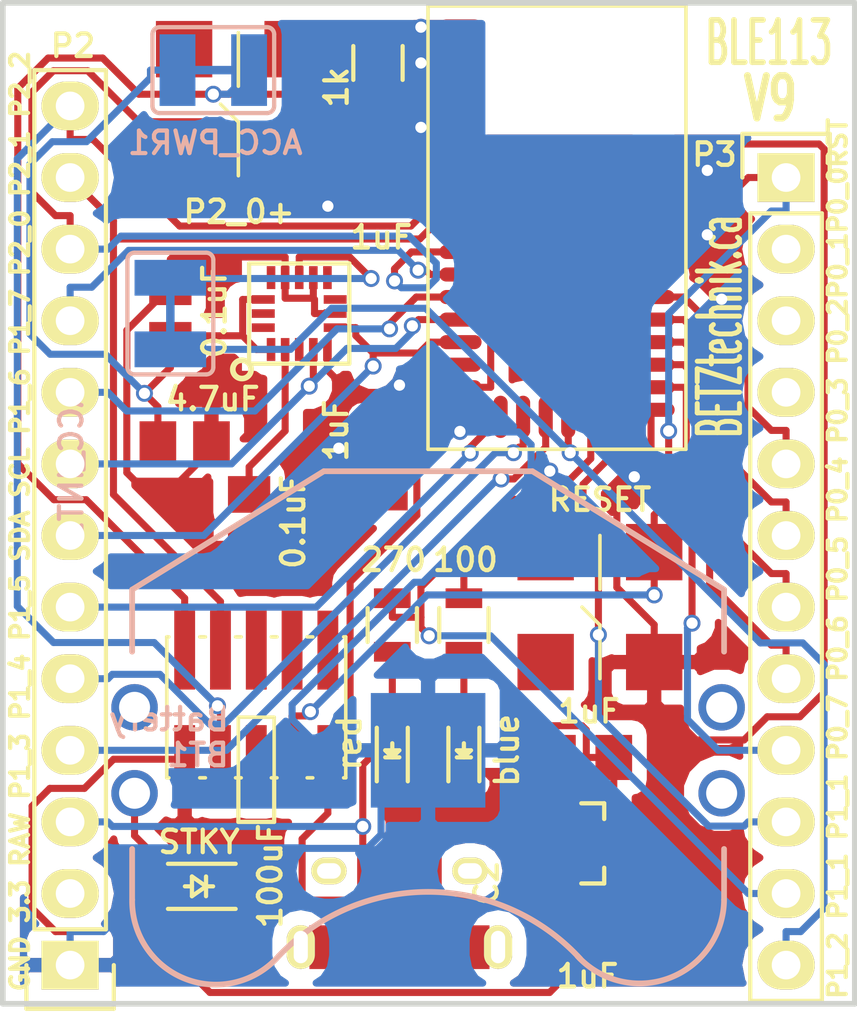
<source format=kicad_pcb>
(kicad_pcb (version 4) (host pcbnew "(2015-08-16 BZR 6097, Git b384c94)-product")

  (general
    (links 84)
    (no_connects 0)
    (area 101.652399 72.442399 132.078401 108.151601)
    (thickness 1.6)
    (drawings 12)
    (tracks 470)
    (zones 0)
    (modules 26)
    (nets 52)
  )

  (page A4)
  (layers
    (0 F.Cu signal)
    (31 B.Cu signal)
    (32 B.Adhes user)
    (33 F.Adhes user)
    (34 B.Paste user)
    (35 F.Paste user)
    (36 B.SilkS user)
    (37 F.SilkS user)
    (38 B.Mask user)
    (39 F.Mask user)
    (40 Dwgs.User user)
    (41 Cmts.User user)
    (42 Eco1.User user)
    (43 Eco2.User user)
    (44 Edge.Cuts user)
    (45 Margin user)
    (46 B.CrtYd user)
    (47 F.CrtYd user)
    (48 B.Fab user)
    (49 F.Fab user)
  )

  (setup
    (last_trace_width 0.25)
    (trace_clearance 0.2)
    (zone_clearance 0.508)
    (zone_45_only no)
    (trace_min 0.2)
    (segment_width 0.2)
    (edge_width 0.2)
    (via_size 0.6)
    (via_drill 0.4)
    (via_min_size 0.4)
    (via_min_drill 0.3)
    (uvia_size 0.3)
    (uvia_drill 0.1)
    (uvias_allowed no)
    (uvia_min_size 0.2)
    (uvia_min_drill 0.1)
    (pcb_text_width 0.3)
    (pcb_text_size 1.5 1.5)
    (mod_edge_width 0.15)
    (mod_text_size 0.8 0.8)
    (mod_text_width 0.15)
    (pad_size 1.524 1.524)
    (pad_drill 0.762)
    (pad_to_mask_clearance 0.2)
    (aux_axis_origin 0 0)
    (visible_elements 7FFFFF7F)
    (pcbplotparams
      (layerselection 0x010f8_80000001)
      (usegerberextensions false)
      (excludeedgelayer true)
      (linewidth 0.100000)
      (plotframeref false)
      (viasonmask false)
      (mode 1)
      (useauxorigin false)
      (hpglpennumber 1)
      (hpglpenspeed 20)
      (hpglpendiameter 15)
      (hpglpenoverlay 2)
      (psnegative false)
      (psa4output false)
      (plotreference false)
      (plotvalue true)
      (plotinvisibletext false)
      (padsonsilk false)
      (subtractmaskfromsilk false)
      (outputformat 1)
      (mirror false)
      (drillshape 0)
      (scaleselection 1)
      (outputdirectory ""))
  )

  (net 0 "")
  (net 1 "Net-(BT1-Pad1)")
  (net 2 GND)
  (net 3 +3V3)
  (net 4 +3.3v)
  (net 5 RAW)
  (net 6 P1_3)
  (net 7 P1_4)
  (net 8 P1_5)
  (net 9 SDA)
  (net 10 SCL)
  (net 11 P1_6)
  (net 12 P1_7)
  (net 13 P2_0)
  (net 14 P2_1)
  (net 15 P2_2)
  (net 16 RST)
  (net 17 PO_0)
  (net 18 PO_1)
  (net 19 PO_2)
  (net 20 PO_3)
  (net 21 PO_4)
  (net 22 PO_5)
  (net 23 PO_6)
  (net 24 PO_7)
  (net 25 P1_0)
  (net 26 P1_1)
  (net 27 P1_2)
  (net 28 "Net-(D1-Pad2)")
  (net 29 "Net-(D2-Pad2)")
  (net 30 "Net-(U2-Pad5)")
  (net 31 "Net-(U2-Pad6)")
  (net 32 "Net-(U2-Pad8)")
  (net 33 "Net-(U2-Pad10)")
  (net 34 "Net-(U3-Pad16)")
  (net 35 "Net-(U3-Pad35)")
  (net 36 P0_0)
  (net 37 PO-1)
  (net 38 PO-2)
  (net 39 "Net-(ACC_PWR1-Pad2)")
  (net 40 "Net-(C7-Pad1)")
  (net 41 "Net-(U4-Pad16)")
  (net 42 "Net-(U4-Pad13)")
  (net 43 "Net-(U4-Pad3)")
  (net 44 "Net-(ACC_INT1-Pad1)")
  (net 45 "Net-(U4-Pad9)")
  (net 46 "Net-(U4-Pad15)")
  (net 47 "Net-(U4-Pad8)")
  (net 48 D-)
  (net 49 D+)
  (net 50 "Net-(R3-Pad1)")
  (net 51 "Net-(P1-Pad4)")

  (net_class Default "This is the default net class."
    (clearance 0.2)
    (trace_width 0.25)
    (via_dia 0.6)
    (via_drill 0.4)
    (uvia_dia 0.3)
    (uvia_drill 0.1)
    (add_net +3.3v)
    (add_net +3V3)
    (add_net D+)
    (add_net D-)
    (add_net GND)
    (add_net "Net-(ACC_INT1-Pad1)")
    (add_net "Net-(ACC_PWR1-Pad2)")
    (add_net "Net-(BT1-Pad1)")
    (add_net "Net-(C7-Pad1)")
    (add_net "Net-(D1-Pad2)")
    (add_net "Net-(D2-Pad2)")
    (add_net "Net-(P1-Pad4)")
    (add_net "Net-(R3-Pad1)")
    (add_net "Net-(U2-Pad10)")
    (add_net "Net-(U2-Pad5)")
    (add_net "Net-(U2-Pad6)")
    (add_net "Net-(U2-Pad8)")
    (add_net "Net-(U3-Pad16)")
    (add_net "Net-(U3-Pad35)")
    (add_net "Net-(U4-Pad13)")
    (add_net "Net-(U4-Pad15)")
    (add_net "Net-(U4-Pad16)")
    (add_net "Net-(U4-Pad3)")
    (add_net "Net-(U4-Pad8)")
    (add_net "Net-(U4-Pad9)")
    (add_net P0_0)
    (add_net P1_0)
    (add_net P1_1)
    (add_net P1_2)
    (add_net P1_3)
    (add_net P1_4)
    (add_net P1_5)
    (add_net P1_6)
    (add_net P1_7)
    (add_net P2_0)
    (add_net P2_1)
    (add_net P2_2)
    (add_net PO-1)
    (add_net PO-2)
    (add_net PO_0)
    (add_net PO_1)
    (add_net PO_2)
    (add_net PO_3)
    (add_net PO_4)
    (add_net PO_5)
    (add_net PO_6)
    (add_net PO_7)
    (add_net RAW)
    (add_net RST)
    (add_net SCL)
    (add_net SDA)
  )

  (module BLE112V2-5:BATTERY_20MM_PTH_COMPACT (layer B.Cu) (tedit 0) (tstamp 567F3D60)
    (at 116.84 99.06)
    (path /567F2EE3)
    (fp_text reference BT1 (at -6.985 0.635) (layer B.SilkS)
      (effects (font (size 0.8 0.8) (thickness 0.15)) (justify left bottom mirror))
    )
    (fp_text value Battery (at -6.985 -0.635) (layer B.SilkS)
      (effects (font (size 0.8 0.8) (thickness 0.15)) (justify left bottom mirror))
    )
    (fp_circle (center 0 0) (end 8.89 0) (layer Dwgs.User) (width 0.2032))
    (fp_line (start -3.7 -9.9) (end 3.7 -9.9) (layer B.SilkS) (width 0.2032))
    (fp_line (start -3.7 -9.9) (end -10.5 -5.7) (layer B.SilkS) (width 0.2032))
    (fp_line (start 3.7 -9.9) (end 10.5 -5.7) (layer B.SilkS) (width 0.2032))
    (fp_arc (start 0.003399 12.3362) (end -5.3 7.3) (angle 94.031579) (layer B.SilkS) (width 0.2032))
    (fp_line (start 10.5 -5.7) (end 10.5 -3.5) (layer B.SilkS) (width 0.2032))
    (fp_line (start -10.5 -5.7) (end -10.5 -3.5) (layer B.SilkS) (width 0.2032))
    (fp_arc (start -7.532423 5.344299) (end -5.3 7.3) (angle 139.635474) (layer B.SilkS) (width 0.2032))
    (fp_arc (start 7.506115 5.275899) (end 10.5 5.3) (angle 137.002565) (layer B.SilkS) (width 0.2032))
    (fp_line (start -10.5 5.3) (end -10.5 3.5) (layer B.SilkS) (width 0.2032))
    (fp_line (start 10.5 5.3) (end 10.5 3.5) (layer B.SilkS) (width 0.2032))
    (pad 1 thru_hole circle (at -10.414 1.524 270) (size 1.65 1.65) (drill 1.1) (layers *.Cu *.Mask)
      (net 1 "Net-(BT1-Pad1)"))
    (pad 2 smd rect (at 0 0) (size 4.064 4.064) (layers B.Cu B.Paste B.Mask)
      (net 2 GND))
    (pad 3 thru_hole circle (at 10.414 1.524 270) (size 1.65 1.65) (drill 1.1) (layers *.Cu *.Mask))
    (pad 4 thru_hole circle (at -10.414 -1.524 270) (size 1.65 1.65) (drill 1.1) (layers *.Cu *.Mask))
    (pad 5 thru_hole circle (at 10.414 -1.524 270) (size 1.65 1.65) (drill 1.1) (layers *.Cu *.Mask))
  )

  (module BLE112V2-5:C0805K (layer F.Cu) (tedit 56BC1EE3) (tstamp 567F3D66)
    (at 122.428 99.314 180)
    (descr "<b>Ceramic Chip Capacitor KEMET 0805 reflow solder</b><p> Metric Code Size 2012")
    (path /567FA93D)
    (fp_text reference C1 (at -3.048 -0.762 270) (layer F.SilkS) hide
      (effects (font (size 0.8 0.8) (thickness 0.15)) (justify left bottom))
    )
    (fp_text value 1uF (at 1.0668 1.1684 180) (layer F.SilkS)
      (effects (font (size 0.8 0.8) (thickness 0.15)) (justify left bottom))
    )
    (fp_line (start -0.925 -0.6) (end 0.925 -0.6) (layer Dwgs.User) (width 0.1016))
    (fp_line (start 0.925 0.6) (end -0.925 0.6) (layer Dwgs.User) (width 0.1016))
    (fp_poly (pts (xy -1 0.65) (xy -0.5 0.65) (xy -0.5 -0.65) (xy -1 -0.65)) (layer Dwgs.User) (width 0))
    (fp_poly (pts (xy 0.5 0.65) (xy 1 0.65) (xy 1 -0.65) (xy 0.5 -0.65)) (layer Dwgs.User) (width 0))
    (pad 1 smd rect (at -1 0 180) (size 1.3 1.6) (layers F.Cu F.Paste F.Mask)
      (net 5 RAW))
    (pad 2 smd rect (at 1 0 180) (size 1.3 1.6) (layers F.Cu F.Paste F.Mask)
      (net 2 GND))
  )

  (module BLE112V2-5:C0805K (layer F.Cu) (tedit 56BC1EF0) (tstamp 567F3D6C)
    (at 122.428 105.41)
    (descr "<b>Ceramic Chip Capacitor KEMET 0805 reflow solder</b><p> Metric Code Size 2012")
    (path /567FAAE4)
    (fp_text reference C2 (at -3.048 -0.762 270) (layer F.SilkS)
      (effects (font (size 0.8 0.8) (thickness 0.15)) (justify left bottom))
    )
    (fp_text value 1uF (at -1.1176 2.1336) (layer F.SilkS)
      (effects (font (size 0.8 0.8) (thickness 0.15)) (justify left bottom))
    )
    (fp_line (start -0.925 -0.6) (end 0.925 -0.6) (layer Dwgs.User) (width 0.1016))
    (fp_line (start 0.925 0.6) (end -0.925 0.6) (layer Dwgs.User) (width 0.1016))
    (fp_poly (pts (xy -1 0.65) (xy -0.5 0.65) (xy -0.5 -0.65) (xy -1 -0.65)) (layer Dwgs.User) (width 0))
    (fp_poly (pts (xy 0.5 0.65) (xy 1 0.65) (xy 1 -0.65) (xy 0.5 -0.65)) (layer Dwgs.User) (width 0))
    (pad 1 smd rect (at -1 0) (size 1.3 1.6) (layers F.Cu F.Paste F.Mask)
      (net 3 +3V3))
    (pad 2 smd rect (at 1 0) (size 1.3 1.6) (layers F.Cu F.Paste F.Mask)
      (net 2 GND))
  )

  (module BLE112V2-5:1206 (layer F.Cu) (tedit 56BC1F0B) (tstamp 567F3D72)
    (at 108.712 106.426)
    (path /567F3293)
    (fp_text reference C3 (at 0.508 2.032) (layer F.SilkS) hide
      (effects (font (size 0.8 0.8) (thickness 0.15)) (justify left bottom))
    )
    (fp_text value 100uF (at 2.9972 -0.9652 90) (layer F.SilkS)
      (effects (font (size 0.8 0.8) (thickness 0.15)) (justify left bottom))
    )
    (fp_line (start -0.965 -0.787) (end 0.965 -0.787) (layer Dwgs.User) (width 0.1016))
    (fp_line (start -0.965 0.787) (end 0.965 0.787) (layer Dwgs.User) (width 0.1016))
    (fp_poly (pts (xy -1.7018 0.8509) (xy -0.9517 0.8509) (xy -0.9517 -0.8491) (xy -1.7018 -0.8491)) (layer Dwgs.User) (width 0))
    (fp_poly (pts (xy 0.9517 0.8491) (xy 1.7018 0.8491) (xy 1.7018 -0.8509) (xy 0.9517 -0.8509)) (layer Dwgs.User) (width 0))
    (fp_poly (pts (xy -0.1999 0.4001) (xy 0.1999 0.4001) (xy 0.1999 -0.4001) (xy -0.1999 -0.4001)) (layer F.Adhes) (width 0))
    (pad 1 smd rect (at -1.4 0) (size 1.6 1.8) (layers F.Cu F.Paste F.Mask)
      (net 2 GND))
    (pad 2 smd rect (at 1.4 0) (size 1.6 1.8) (layers F.Cu F.Paste F.Mask)
      (net 3 +3V3))
  )

  (module BLE112V2-5:C0805K (layer F.Cu) (tedit 56BC1EAD) (tstamp 567F3D78)
    (at 115.316 88.9 270)
    (descr "<b>Ceramic Chip Capacitor KEMET 0805 reflow solder</b><p> Metric Code Size 2012")
    (path /567F6C1A)
    (fp_text reference C4 (at 2.032 1.27 270) (layer F.SilkS) hide
      (effects (font (size 0.8 0.8) (thickness 0.15)) (justify left bottom))
    )
    (fp_text value 1uF (at 0 1.27 270) (layer F.SilkS)
      (effects (font (size 0.8 0.8) (thickness 0.15)) (justify left bottom))
    )
    (fp_line (start -0.925 -0.6) (end 0.925 -0.6) (layer Dwgs.User) (width 0.1016))
    (fp_line (start 0.925 0.6) (end -0.925 0.6) (layer Dwgs.User) (width 0.1016))
    (fp_poly (pts (xy -1 0.65) (xy -0.5 0.65) (xy -0.5 -0.65) (xy -1 -0.65)) (layer Dwgs.User) (width 0))
    (fp_poly (pts (xy 0.5 0.65) (xy 1 0.65) (xy 1 -0.65) (xy 0.5 -0.65)) (layer Dwgs.User) (width 0))
    (pad 1 smd rect (at -1 0 270) (size 1.3 1.6) (layers F.Cu F.Paste F.Mask)
      (net 3 +3V3))
    (pad 2 smd rect (at 1 0 270) (size 1.3 1.6) (layers F.Cu F.Paste F.Mask)
      (net 2 GND))
  )

  (module BLE112V2-5:C0805K (layer F.Cu) (tedit 56BC1E76) (tstamp 567F3D7E)
    (at 115.062 78.486 90)
    (descr "<b>Ceramic Chip Capacitor KEMET 0805 reflow solder</b><p> Metric Code Size 2012")
    (path /567F6F26)
    (fp_text reference C5 (at -2.032 -1.016 90) (layer F.SilkS) hide
      (effects (font (size 0.8 0.8) (thickness 0.15)) (justify left bottom))
    )
    (fp_text value 1uF (at -2.8448 -1.0668 360) (layer F.SilkS)
      (effects (font (size 0.8 0.8) (thickness 0.15)) (justify left bottom))
    )
    (fp_line (start -0.925 -0.6) (end 0.925 -0.6) (layer Dwgs.User) (width 0.1016))
    (fp_line (start 0.925 0.6) (end -0.925 0.6) (layer Dwgs.User) (width 0.1016))
    (fp_poly (pts (xy -1 0.65) (xy -0.5 0.65) (xy -0.5 -0.65) (xy -1 -0.65)) (layer Dwgs.User) (width 0))
    (fp_poly (pts (xy 0.5 0.65) (xy 1 0.65) (xy 1 -0.65) (xy 0.5 -0.65)) (layer Dwgs.User) (width 0))
    (pad 1 smd rect (at -1 0 90) (size 1.3 1.6) (layers F.Cu F.Paste F.Mask)
      (net 3 +3V3))
    (pad 2 smd rect (at 1 0 90) (size 1.3 1.6) (layers F.Cu F.Paste F.Mask)
      (net 2 GND))
  )

  (module Pin_Headers:Pin_Header_Straight_1x13 (layer F.Cu) (tedit 56BC1E4B) (tstamp 567F3DAA)
    (at 104.14 106.68 180)
    (descr "Through hole pin header")
    (tags "pin header")
    (path /567FB415)
    (fp_text reference P2 (at -0.1016 32.6136 180) (layer F.SilkS)
      (effects (font (size 0.8 0.8) (thickness 0.15)))
    )
    (fp_text value CONN_01X13 (at -0.762 3.302 270) (layer F.Fab) hide
      (effects (font (size 0.8 0.8) (thickness 0.15)))
    )
    (fp_line (start -1.75 -1.75) (end -1.75 32.25) (layer F.CrtYd) (width 0.05))
    (fp_line (start 1.75 -1.75) (end 1.75 32.25) (layer F.CrtYd) (width 0.05))
    (fp_line (start -1.75 -1.75) (end 1.75 -1.75) (layer F.CrtYd) (width 0.05))
    (fp_line (start -1.75 32.25) (end 1.75 32.25) (layer F.CrtYd) (width 0.05))
    (fp_line (start -1.27 1.27) (end -1.27 31.75) (layer F.SilkS) (width 0.15))
    (fp_line (start -1.27 31.75) (end 1.27 31.75) (layer F.SilkS) (width 0.15))
    (fp_line (start 1.27 31.75) (end 1.27 1.27) (layer F.SilkS) (width 0.15))
    (fp_line (start 1.55 -1.55) (end 1.55 0) (layer F.SilkS) (width 0.15))
    (fp_line (start 1.27 1.27) (end -1.27 1.27) (layer F.SilkS) (width 0.15))
    (fp_line (start -1.55 0) (end -1.55 -1.55) (layer F.SilkS) (width 0.15))
    (fp_line (start -1.55 -1.55) (end 1.55 -1.55) (layer F.SilkS) (width 0.15))
    (pad 1 thru_hole rect (at 0 0 180) (size 2.032 1.7272) (drill 1.016) (layers *.Cu *.Mask F.SilkS)
      (net 2 GND))
    (pad 2 thru_hole oval (at 0 2.54 180) (size 2.032 1.7272) (drill 1.016) (layers *.Cu *.Mask F.SilkS)
      (net 4 +3.3v))
    (pad 3 thru_hole oval (at 0 5.08 180) (size 2.032 1.7272) (drill 1.016) (layers *.Cu *.Mask F.SilkS)
      (net 5 RAW))
    (pad 4 thru_hole oval (at 0 7.62 180) (size 2.032 1.7272) (drill 1.016) (layers *.Cu *.Mask F.SilkS)
      (net 6 P1_3))
    (pad 5 thru_hole oval (at 0 10.16 180) (size 2.032 1.7272) (drill 1.016) (layers *.Cu *.Mask F.SilkS)
      (net 7 P1_4))
    (pad 6 thru_hole oval (at 0 12.7 180) (size 2.032 1.7272) (drill 1.016) (layers *.Cu *.Mask F.SilkS)
      (net 8 P1_5))
    (pad 7 thru_hole oval (at 0 15.24 180) (size 2.032 1.7272) (drill 1.016) (layers *.Cu *.Mask F.SilkS)
      (net 9 SDA))
    (pad 8 thru_hole oval (at 0 17.78 180) (size 2.032 1.7272) (drill 1.016) (layers *.Cu *.Mask F.SilkS)
      (net 10 SCL))
    (pad 9 thru_hole oval (at 0 20.32 180) (size 2.032 1.7272) (drill 1.016) (layers *.Cu *.Mask F.SilkS)
      (net 11 P1_6))
    (pad 10 thru_hole oval (at 0 22.86 180) (size 2.032 1.7272) (drill 1.016) (layers *.Cu *.Mask F.SilkS)
      (net 12 P1_7))
    (pad 11 thru_hole oval (at 0 25.4 180) (size 2.032 1.7272) (drill 1.016) (layers *.Cu *.Mask F.SilkS)
      (net 13 P2_0))
    (pad 12 thru_hole oval (at 0 27.94 180) (size 2.032 1.7272) (drill 1.016) (layers *.Cu *.Mask F.SilkS)
      (net 14 P2_1))
    (pad 13 thru_hole oval (at 0 30.48 180) (size 2.032 1.7272) (drill 1.016) (layers *.Cu *.Mask F.SilkS)
      (net 15 P2_2))
    (model Pin_Headers.3dshapes/Pin_Header_Straight_1x13.wrl
      (at (xyz 0 -0.6 0))
      (scale (xyz 1 1 1))
      (rotate (xyz 0 0 90))
    )
  )

  (module Pin_Headers:Pin_Header_Straight_1x12 (layer F.Cu) (tedit 56BC1E38) (tstamp 567F3DBA)
    (at 129.54 78.74)
    (descr "Through hole pin header")
    (tags "pin header")
    (path /567FB7E7)
    (fp_text reference P3 (at -2.54 -0.8128) (layer F.SilkS)
      (effects (font (size 0.8 0.8) (thickness 0.15)))
    )
    (fp_text value CONN_01X12 (at -3.556 -2.667) (layer F.Fab) hide
      (effects (font (size 0.8 0.8) (thickness 0.15)))
    )
    (fp_line (start -1.75 -1.75) (end -1.75 29.7) (layer F.CrtYd) (width 0.05))
    (fp_line (start 1.75 -1.75) (end 1.75 29.7) (layer F.CrtYd) (width 0.05))
    (fp_line (start -1.75 -1.75) (end 1.75 -1.75) (layer F.CrtYd) (width 0.05))
    (fp_line (start -1.75 29.7) (end 1.75 29.7) (layer F.CrtYd) (width 0.05))
    (fp_line (start 1.27 1.27) (end 1.27 29.21) (layer F.SilkS) (width 0.15))
    (fp_line (start 1.27 29.21) (end -1.27 29.21) (layer F.SilkS) (width 0.15))
    (fp_line (start -1.27 29.21) (end -1.27 1.27) (layer F.SilkS) (width 0.15))
    (fp_line (start 1.55 -1.55) (end 1.55 0) (layer F.SilkS) (width 0.15))
    (fp_line (start 1.27 1.27) (end -1.27 1.27) (layer F.SilkS) (width 0.15))
    (fp_line (start -1.55 0) (end -1.55 -1.55) (layer F.SilkS) (width 0.15))
    (fp_line (start -1.55 -1.55) (end 1.55 -1.55) (layer F.SilkS) (width 0.15))
    (pad 1 thru_hole rect (at 0 0) (size 2.032 1.7272) (drill 1.016) (layers *.Cu *.Mask F.SilkS)
      (net 16 RST))
    (pad 2 thru_hole oval (at 0 2.54) (size 2.032 1.7272) (drill 1.016) (layers *.Cu *.Mask F.SilkS)
      (net 17 PO_0))
    (pad 3 thru_hole oval (at 0 5.08) (size 2.032 1.7272) (drill 1.016) (layers *.Cu *.Mask F.SilkS)
      (net 18 PO_1))
    (pad 4 thru_hole oval (at 0 7.62) (size 2.032 1.7272) (drill 1.016) (layers *.Cu *.Mask F.SilkS)
      (net 19 PO_2))
    (pad 5 thru_hole oval (at 0 10.16) (size 2.032 1.7272) (drill 1.016) (layers *.Cu *.Mask F.SilkS)
      (net 20 PO_3))
    (pad 6 thru_hole oval (at 0 12.7) (size 2.032 1.7272) (drill 1.016) (layers *.Cu *.Mask F.SilkS)
      (net 21 PO_4))
    (pad 7 thru_hole oval (at 0 15.24) (size 2.032 1.7272) (drill 1.016) (layers *.Cu *.Mask F.SilkS)
      (net 22 PO_5))
    (pad 8 thru_hole oval (at 0 17.78) (size 2.032 1.7272) (drill 1.016) (layers *.Cu *.Mask F.SilkS)
      (net 23 PO_6))
    (pad 9 thru_hole oval (at 0 20.32) (size 2.032 1.7272) (drill 1.016) (layers *.Cu *.Mask F.SilkS)
      (net 24 PO_7))
    (pad 10 thru_hole oval (at 0 22.86) (size 2.032 1.7272) (drill 1.016) (layers *.Cu *.Mask F.SilkS)
      (net 25 P1_0))
    (pad 11 thru_hole oval (at 0 25.4) (size 2.032 1.7272) (drill 1.016) (layers *.Cu *.Mask F.SilkS)
      (net 26 P1_1))
    (pad 12 thru_hole oval (at 0 27.94) (size 2.032 1.7272) (drill 1.016) (layers *.Cu *.Mask F.SilkS)
      (net 27 P1_2))
    (model Pin_Headers.3dshapes/Pin_Header_Straight_1x12.wrl
      (at (xyz 0 -0.55 0))
      (scale (xyz 1 1 1))
      (rotate (xyz 0 0 90))
    )
  )

  (module "BLE113 R2:SOT23" (layer F.Cu) (tedit 56BC1EDB) (tstamp 567F3DE2)
    (at 122.428 102.362 270)
    (descr "<b>SMALL OUTLINE TRANSISTOR</b><p> reflow soldering")
    (path /567F9788)
    (fp_text reference U1 (at -1.016 -1.016 360) (layer F.SilkS) hide
      (effects (font (size 0.8 0.8) (thickness 0.15)) (justify left bottom))
    )
    (fp_text value NCP1117ST12T3G (at -1.905 3.175 270) (layer F.SilkS) hide
      (effects (font (size 0.8 0.8) (thickness 0.15)) (justify left bottom))
    )
    (fp_line (start 1.422 -0.66) (end 1.422 0.66) (layer Dwgs.User) (width 0.1524))
    (fp_line (start 1.422 0.66) (end -1.422 0.66) (layer Dwgs.User) (width 0.1524))
    (fp_line (start -1.422 0.66) (end -1.422 -0.66) (layer Dwgs.User) (width 0.1524))
    (fp_line (start -1.422 -0.66) (end 1.422 -0.66) (layer Dwgs.User) (width 0.1524))
    (fp_line (start -1.422 0.152) (end -1.422 -0.66) (layer F.SilkS) (width 0.1524))
    (fp_line (start -1.422 -0.66) (end -0.864 -0.66) (layer F.SilkS) (width 0.1524))
    (fp_line (start 0.864 -0.66) (end 1.422 -0.66) (layer F.SilkS) (width 0.1524))
    (fp_line (start 1.422 -0.66) (end 1.422 0.152) (layer F.SilkS) (width 0.1524))
    (fp_poly (pts (xy -0.2286 -0.7112) (xy 0.2286 -0.7112) (xy 0.2286 -1.2954) (xy -0.2286 -1.2954)) (layer Dwgs.User) (width 0))
    (fp_poly (pts (xy 0.7112 1.2954) (xy 1.1684 1.2954) (xy 1.1684 0.7112) (xy 0.7112 0.7112)) (layer Dwgs.User) (width 0))
    (fp_poly (pts (xy -1.1684 1.2954) (xy -0.7112 1.2954) (xy -0.7112 0.7112) (xy -1.1684 0.7112)) (layer Dwgs.User) (width 0))
    (fp_poly (pts (xy -0.5001 0.3) (xy 0.5001 0.3) (xy 0.5001 -0.3) (xy -0.5001 -0.3)) (layer F.Adhes) (width 0))
    (pad 1 smd rect (at -0.95 1.1 270) (size 1 1.4) (layers F.Cu F.Paste F.Mask)
      (net 2 GND))
    (pad 2 smd rect (at 0.95 1.1 270) (size 1 1.4) (layers F.Cu F.Paste F.Mask)
      (net 3 +3V3))
    (pad 3 smd rect (at 0 -1.1 270) (size 1 1.4) (layers F.Cu F.Paste F.Mask)
      (net 5 RAW))
  )

  (module LEDs:LED-0603 (layer F.Cu) (tedit 56BC1F36) (tstamp 567F4316)
    (at 115.57 99.06 90)
    (descr "LED 0603 smd package")
    (tags "LED led 0603 SMD smd SMT smt smdled SMDLED smtled SMTLED")
    (path /567F84D5)
    (solder_paste_ratio -0.15)
    (attr smd)
    (fp_text reference D1 (at 2.032 0 180) (layer F.SilkS) hide
      (effects (font (size 0.8 0.8) (thickness 0.15)))
    )
    (fp_text value red (at 0.254 -1.524 90) (layer F.SilkS)
      (effects (font (size 0.8 0.8) (thickness 0.15)))
    )
    (fp_line (start -1.1 0.55) (end 0.8 0.55) (layer F.SilkS) (width 0.15))
    (fp_line (start -1.1 -0.55) (end 0.8 -0.55) (layer F.SilkS) (width 0.15))
    (fp_line (start -0.2 0) (end 0.25 0) (layer F.SilkS) (width 0.15))
    (fp_line (start -0.25 -0.25) (end -0.25 0.25) (layer F.SilkS) (width 0.15))
    (fp_line (start -0.25 0) (end 0 -0.25) (layer F.SilkS) (width 0.15))
    (fp_line (start 0 -0.25) (end 0 0.25) (layer F.SilkS) (width 0.15))
    (fp_line (start 0 0.25) (end -0.25 0) (layer F.SilkS) (width 0.15))
    (fp_line (start 1.4 -0.75) (end 1.4 0.75) (layer F.CrtYd) (width 0.05))
    (fp_line (start 1.4 0.75) (end -1.4 0.75) (layer F.CrtYd) (width 0.05))
    (fp_line (start -1.4 0.75) (end -1.4 -0.75) (layer F.CrtYd) (width 0.05))
    (fp_line (start -1.4 -0.75) (end 1.4 -0.75) (layer F.CrtYd) (width 0.05))
    (pad 2 smd rect (at 0.7493 0 270) (size 0.79756 0.79756) (layers F.Cu F.Paste F.Mask)
      (net 28 "Net-(D1-Pad2)"))
    (pad 1 smd rect (at -0.7493 0 270) (size 0.79756 0.79756) (layers F.Cu F.Paste F.Mask)
      (net 2 GND))
  )

  (module LEDs:LED-0603 (layer F.Cu) (tedit 56BC1F32) (tstamp 567F431C)
    (at 118.11 99.06 90)
    (descr "LED 0603 smd package")
    (tags "LED led 0603 SMD smd SMT smt smdled SMDLED smtled SMTLED")
    (path /567F853C)
    (solder_paste_ratio -0.15)
    (attr smd)
    (fp_text reference D2 (at 2.032 0 180) (layer F.SilkS) hide
      (effects (font (size 0.8 0.8) (thickness 0.15)))
    )
    (fp_text value blue (at 0 1.524 90) (layer F.SilkS)
      (effects (font (size 0.8 0.8) (thickness 0.15)))
    )
    (fp_line (start -1.1 0.55) (end 0.8 0.55) (layer F.SilkS) (width 0.15))
    (fp_line (start -1.1 -0.55) (end 0.8 -0.55) (layer F.SilkS) (width 0.15))
    (fp_line (start -0.2 0) (end 0.25 0) (layer F.SilkS) (width 0.15))
    (fp_line (start -0.25 -0.25) (end -0.25 0.25) (layer F.SilkS) (width 0.15))
    (fp_line (start -0.25 0) (end 0 -0.25) (layer F.SilkS) (width 0.15))
    (fp_line (start 0 -0.25) (end 0 0.25) (layer F.SilkS) (width 0.15))
    (fp_line (start 0 0.25) (end -0.25 0) (layer F.SilkS) (width 0.15))
    (fp_line (start 1.4 -0.75) (end 1.4 0.75) (layer F.CrtYd) (width 0.05))
    (fp_line (start 1.4 0.75) (end -1.4 0.75) (layer F.CrtYd) (width 0.05))
    (fp_line (start -1.4 0.75) (end -1.4 -0.75) (layer F.CrtYd) (width 0.05))
    (fp_line (start -1.4 -0.75) (end 1.4 -0.75) (layer F.CrtYd) (width 0.05))
    (pad 2 smd rect (at 0.7493 0 270) (size 0.79756 0.79756) (layers F.Cu F.Paste F.Mask)
      (net 29 "Net-(D2-Pad2)"))
    (pad 1 smd rect (at -0.7493 0 270) (size 0.79756 0.79756) (layers F.Cu F.Paste F.Mask)
      (net 2 GND))
  )

  (module Resistors_SMD:R_0805 (layer F.Cu) (tedit 56BC1F2A) (tstamp 567F4322)
    (at 115.57 94.615 270)
    (descr "Resistor SMD 0805, reflow soldering, Vishay (see dcrcw.pdf)")
    (tags "resistor 0805")
    (path /567F844B)
    (attr smd)
    (fp_text reference R1 (at -2.159 0 360) (layer F.SilkS) hide
      (effects (font (size 0.8 0.8) (thickness 0.15)))
    )
    (fp_text value 270 (at -2.3114 -0.0508 360) (layer F.SilkS)
      (effects (font (size 0.8 0.8) (thickness 0.15)))
    )
    (fp_line (start -1.6 -1) (end 1.6 -1) (layer F.CrtYd) (width 0.05))
    (fp_line (start -1.6 1) (end 1.6 1) (layer F.CrtYd) (width 0.05))
    (fp_line (start -1.6 -1) (end -1.6 1) (layer F.CrtYd) (width 0.05))
    (fp_line (start 1.6 -1) (end 1.6 1) (layer F.CrtYd) (width 0.05))
    (fp_line (start 0.6 0.875) (end -0.6 0.875) (layer F.SilkS) (width 0.15))
    (fp_line (start -0.6 -0.875) (end 0.6 -0.875) (layer F.SilkS) (width 0.15))
    (pad 1 smd rect (at -0.95 0 270) (size 0.7 1.3) (layers F.Cu F.Paste F.Mask)
      (net 26 P1_1))
    (pad 2 smd rect (at 0.95 0 270) (size 0.7 1.3) (layers F.Cu F.Paste F.Mask)
      (net 28 "Net-(D1-Pad2)"))
    (model Resistors_SMD.3dshapes/R_0805.wrl
      (at (xyz 0 0 0))
      (scale (xyz 1 1 1))
      (rotate (xyz 0 0 0))
    )
  )

  (module Resistors_SMD:R_0805 (layer F.Cu) (tedit 56BC1F23) (tstamp 567F4328)
    (at 118.11 94.615 270)
    (descr "Resistor SMD 0805, reflow soldering, Vishay (see dcrcw.pdf)")
    (tags "resistor 0805")
    (path /567F83FA)
    (attr smd)
    (fp_text reference R2 (at -2.159 0 360) (layer F.SilkS) hide
      (effects (font (size 0.8 0.8) (thickness 0.15)))
    )
    (fp_text value 100 (at -2.3114 -0.0508 360) (layer F.SilkS)
      (effects (font (size 0.8 0.8) (thickness 0.15)))
    )
    (fp_line (start -1.6 -1) (end 1.6 -1) (layer F.CrtYd) (width 0.05))
    (fp_line (start -1.6 1) (end 1.6 1) (layer F.CrtYd) (width 0.05))
    (fp_line (start -1.6 -1) (end -1.6 1) (layer F.CrtYd) (width 0.05))
    (fp_line (start 1.6 -1) (end 1.6 1) (layer F.CrtYd) (width 0.05))
    (fp_line (start 0.6 0.875) (end -0.6 0.875) (layer F.SilkS) (width 0.15))
    (fp_line (start -0.6 -0.875) (end 0.6 -0.875) (layer F.SilkS) (width 0.15))
    (pad 1 smd rect (at -0.95 0 270) (size 0.7 1.3) (layers F.Cu F.Paste F.Mask)
      (net 25 P1_0))
    (pad 2 smd rect (at 0.95 0 270) (size 0.7 1.3) (layers F.Cu F.Paste F.Mask)
      (net 29 "Net-(D2-Pad2)"))
    (model Resistors_SMD.3dshapes/R_0805.wrl
      (at (xyz 0 0 0))
      (scale (xyz 1 1 1))
      (rotate (xyz 0 0 0))
    )
  )

  (module Connect:10_pin_smd (layer F.Cu) (tedit 56BC1EB2) (tstamp 567F6067)
    (at 110.744 97.536)
    (path /567F5878)
    (fp_text reference U2 (at 1.524 -3.937) (layer F.SilkS) hide
      (effects (font (size 0.8 0.8) (thickness 0.15)) (justify left bottom))
    )
    (fp_text value TC2050_programming (at -3.175 4.445) (layer F.SilkS) hide
      (effects (font (size 0.8 0.8) (thickness 0.15)) (justify left bottom))
    )
    (fp_line (start -0.635 2.54) (end -0.635 4.064) (layer F.SilkS) (width 0.15))
    (fp_line (start -0.635 4.064) (end 0.508 4.064) (layer F.SilkS) (width 0.15))
    (fp_line (start 0.508 4.064) (end 0.635 4.064) (layer F.SilkS) (width 0.15))
    (fp_line (start 0.635 4.064) (end 0.635 2.54) (layer F.SilkS) (width 0.15))
    (fp_line (start -3.175 -2.5) (end -3.175 2.5) (layer F.SilkS) (width 0.127))
    (fp_line (start 3.175 -2.5) (end 3.175 2.5) (layer F.SilkS) (width 0.127))
    (fp_line (start -3.175 2.5) (end -3.1 2.5) (layer F.SilkS) (width 0.127))
    (fp_line (start -3.175 -2.5) (end -3.1 -2.5) (layer F.SilkS) (width 0.127))
    (fp_line (start 3.175 -2.5) (end 3.1 -2.5) (layer F.SilkS) (width 0.127))
    (fp_line (start 3.175 2.5) (end 3.1 2.5) (layer F.SilkS) (width 0.127))
    (fp_line (start -2.005 -2.5) (end -1.805 -2.5) (layer F.SilkS) (width 0.127))
    (fp_line (start -2.005 2.5) (end -1.805 2.5) (layer F.SilkS) (width 0.127))
    (fp_line (start -0.735 -2.5) (end -0.535 -2.5) (layer F.SilkS) (width 0.127))
    (fp_line (start -0.735 2.5) (end -0.635 2.5) (layer F.SilkS) (width 0.127))
    (fp_line (start -0.635 2.5) (end -0.535 2.5) (layer F.SilkS) (width 0.127))
    (fp_line (start 0.535 -2.5) (end 0.735 -2.5) (layer F.SilkS) (width 0.127))
    (fp_line (start 0.535 2.5) (end 0.635 2.5) (layer F.SilkS) (width 0.127))
    (fp_line (start 0.635 2.5) (end 0.735 2.5) (layer F.SilkS) (width 0.127))
    (fp_line (start 1.805 -2.5) (end 2.005 -2.5) (layer F.SilkS) (width 0.127))
    (fp_line (start 1.805 2.5) (end 2.005 2.5) (layer F.SilkS) (width 0.127))
    (fp_line (start -0.635 2.5) (end -0.635 0.35) (layer F.SilkS) (width 0.127))
    (fp_line (start -0.635 0.35) (end 0.635 0.35) (layer F.SilkS) (width 0.127))
    (fp_line (start 0.635 0.35) (end 0.635 2.5) (layer F.SilkS) (width 0.127))
    (fp_line (start -3.175 -2.5) (end -3.175 2.5) (layer Dwgs.User) (width 0.127))
    (fp_line (start 3.175 -2.5) (end 3.175 2.5) (layer Dwgs.User) (width 0.127))
    (fp_line (start -0.635 2.5) (end -0.635 0.35) (layer Dwgs.User) (width 0.127))
    (fp_line (start -0.635 0.35) (end 0.635 0.35) (layer Dwgs.User) (width 0.127))
    (fp_line (start 0.635 0.35) (end 0.635 2.5) (layer Dwgs.User) (width 0.127))
    (fp_line (start -3.175 2.5) (end 3.175 2.5) (layer Dwgs.User) (width 0.127))
    (fp_line (start 3.175 -2.5) (end -3.175 -2.5) (layer Dwgs.User) (width 0.127))
    (pad 1 smd rect (at -2.54 2.03 90) (size 2.8 0.74) (layers F.Cu F.Paste F.Mask)
      (net 2 GND))
    (pad 2 smd rect (at -2.54 -2.03 90) (size 2.8 0.74) (layers F.Cu F.Paste F.Mask)
      (net 3 +3V3))
    (pad 3 smd rect (at -1.27 2.03 90) (size 2.8 0.74) (layers F.Cu F.Paste F.Mask)
      (net 15 P2_2))
    (pad 4 smd rect (at -1.27 -2.03 90) (size 2.8 0.74) (layers F.Cu F.Paste F.Mask)
      (net 14 P2_1))
    (pad 5 smd rect (at 0 2.03 90) (size 2.8 0.74) (layers F.Cu F.Paste F.Mask)
      (net 30 "Net-(U2-Pad5)"))
    (pad 6 smd rect (at 0 -2.03 90) (size 2.8 0.74) (layers F.Cu F.Paste F.Mask)
      (net 31 "Net-(U2-Pad6)"))
    (pad 7 smd rect (at 1.27 2.03 90) (size 2.8 0.74) (layers F.Cu F.Paste F.Mask)
      (net 16 RST))
    (pad 8 smd rect (at 1.27 -2.03 90) (size 2.8 0.74) (layers F.Cu F.Paste F.Mask)
      (net 32 "Net-(U2-Pad8)"))
    (pad 9 smd rect (at 2.54 2.03 90) (size 2.8 0.74) (layers F.Cu F.Paste F.Mask)
      (net 3 +3V3))
    (pad 10 smd rect (at 2.54 -2.03 90) (size 2.8 0.74) (layers F.Cu F.Paste F.Mask)
      (net 33 "Net-(U2-Pad10)"))
  )

  (module "BLE113 R2:R0805" (layer F.Cu) (tedit 56BC1EA2) (tstamp 567F7019)
    (at 107.696 83.566 90)
    (descr <b>RESISTOR</b><p>)
    (path /5680C172)
    (fp_text reference C6 (at 2.032 -0.762 180) (layer F.SilkS) hide
      (effects (font (size 0.8 0.8) (thickness 0.15)) (justify left bottom))
    )
    (fp_text value 0.1uF (at -1.6764 2.032 90) (layer F.SilkS)
      (effects (font (size 0.8 0.8) (thickness 0.15)) (justify left bottom))
    )
    (fp_line (start -0.41 -0.635) (end 0.41 -0.635) (layer Dwgs.User) (width 0.1524))
    (fp_line (start -0.41 0.635) (end 0.41 0.635) (layer Dwgs.User) (width 0.1524))
    (fp_poly (pts (xy 0.4064 0.6985) (xy 1.0564 0.6985) (xy 1.0564 -0.7015) (xy 0.4064 -0.7015)) (layer Dwgs.User) (width 0))
    (fp_poly (pts (xy -1.0668 0.6985) (xy -0.4168 0.6985) (xy -0.4168 -0.7015) (xy -1.0668 -0.7015)) (layer Dwgs.User) (width 0))
    (fp_poly (pts (xy -0.1999 0.5001) (xy 0.1999 0.5001) (xy 0.1999 -0.5001) (xy -0.1999 -0.5001)) (layer F.Adhes) (width 0))
    (pad 1 smd rect (at -0.95 0 90) (size 1.3 1.5) (layers F.Cu F.Paste F.Mask)
      (net 39 "Net-(ACC_PWR1-Pad2)"))
    (pad 2 smd rect (at 0.95 0 90) (size 1.3 1.5) (layers F.Cu F.Paste F.Mask)
      (net 2 GND))
  )

  (module "BLE113 R2:R0805" (layer F.Cu) (tedit 56BC1EB5) (tstamp 567F701F)
    (at 110.49 90.932 270)
    (descr <b>RESISTOR</b><p>)
    (path /5680CF91)
    (fp_text reference C7 (at 3.048 0.762 360) (layer F.SilkS) hide
      (effects (font (size 0.8 0.8) (thickness 0.15)) (justify left bottom))
    )
    (fp_text value 0.1uF (at 1.778 -2.032 270) (layer F.SilkS)
      (effects (font (size 0.8 0.8) (thickness 0.15)) (justify left bottom))
    )
    (fp_line (start -0.41 -0.635) (end 0.41 -0.635) (layer Dwgs.User) (width 0.1524))
    (fp_line (start -0.41 0.635) (end 0.41 0.635) (layer Dwgs.User) (width 0.1524))
    (fp_poly (pts (xy 0.4064 0.6985) (xy 1.0564 0.6985) (xy 1.0564 -0.7015) (xy 0.4064 -0.7015)) (layer Dwgs.User) (width 0))
    (fp_poly (pts (xy -1.0668 0.6985) (xy -0.4168 0.6985) (xy -0.4168 -0.7015) (xy -1.0668 -0.7015)) (layer Dwgs.User) (width 0))
    (fp_poly (pts (xy -0.1999 0.5001) (xy 0.1999 0.5001) (xy 0.1999 -0.5001) (xy -0.1999 -0.5001)) (layer F.Adhes) (width 0))
    (pad 1 smd rect (at -0.95 0 270) (size 1.3 1.5) (layers F.Cu F.Paste F.Mask)
      (net 40 "Net-(C7-Pad1)"))
    (pad 2 smd rect (at 0.95 0 270) (size 1.3 1.5) (layers F.Cu F.Paste F.Mask)
      (net 2 GND))
  )

  (module "BLE113 R2:R0805" (layer F.Cu) (tedit 56BC1EA6) (tstamp 567F7025)
    (at 108.204 88.138 180)
    (descr <b>RESISTOR</b><p>)
    (path /5680D72A)
    (fp_text reference C8 (at -2.032 0.762 270) (layer F.SilkS) hide
      (effects (font (size 0.8 0.8) (thickness 0.15)) (justify left bottom))
    )
    (fp_text value 4.7uF (at 0.762 1.0668 180) (layer F.SilkS)
      (effects (font (size 0.8 0.8) (thickness 0.15)) (justify left bottom))
    )
    (fp_line (start -0.41 -0.635) (end 0.41 -0.635) (layer Dwgs.User) (width 0.1524))
    (fp_line (start -0.41 0.635) (end 0.41 0.635) (layer Dwgs.User) (width 0.1524))
    (fp_poly (pts (xy 0.4064 0.6985) (xy 1.0564 0.6985) (xy 1.0564 -0.7015) (xy 0.4064 -0.7015)) (layer Dwgs.User) (width 0))
    (fp_poly (pts (xy -1.0668 0.6985) (xy -0.4168 0.6985) (xy -0.4168 -0.7015) (xy -1.0668 -0.7015)) (layer Dwgs.User) (width 0))
    (fp_poly (pts (xy -0.1999 0.5001) (xy 0.1999 0.5001) (xy 0.1999 -0.5001) (xy -0.1999 -0.5001)) (layer F.Adhes) (width 0))
    (pad 1 smd rect (at -0.95 0 180) (size 1.3 1.5) (layers F.Cu F.Paste F.Mask)
      (net 2 GND))
    (pad 2 smd rect (at 0.95 0 180) (size 1.3 1.5) (layers F.Cu F.Paste F.Mask)
      (net 39 "Net-(ACC_PWR1-Pad2)"))
  )

  (module SMD_Packages:QFN-16 (layer F.Cu) (tedit 56BC1E93) (tstamp 567F703E)
    (at 112.268 83.566 90)
    (path /5680981A)
    (solder_paste_ratio -0.1)
    (fp_text reference U4 (at 0.2032 2.8448 90) (layer F.SilkS) hide
      (effects (font (size 0.8 0.8) (thickness 0.15)))
    )
    (fp_text value MMA8451_accelerometer (at 0.1524 -2.8956 90) (layer F.Fab) hide
      (effects (font (size 0.8 0.8) (thickness 0.15)))
    )
    (fp_line (start -1.7272 -1.778) (end 1.7272 -1.778) (layer F.SilkS) (width 0.15))
    (fp_line (start 1.7272 -1.778) (end 1.778 -1.778) (layer F.SilkS) (width 0.15))
    (fp_line (start 1.778 -1.778) (end 1.778 1.778) (layer F.SilkS) (width 0.15))
    (fp_line (start 1.778 1.778) (end -1.778 1.778) (layer F.SilkS) (width 0.15))
    (fp_line (start -1.778 1.778) (end -1.778 -1.778) (layer F.SilkS) (width 0.15))
    (pad 16 smd rect (at -0.5 -1.275 90) (size 0.305 0.813) (layers F.Cu F.Paste F.Mask)
      (net 41 "Net-(U4-Pad16)"))
    (pad 1 smd rect (at -1.275 -1 90) (size 0.813 0.305) (layers F.Cu F.Paste F.Mask)
      (net 39 "Net-(ACC_PWR1-Pad2)"))
    (pad 13 smd rect (at 1.275 -1 90) (size 0.813 0.305) (layers F.Cu F.Paste F.Mask)
      (net 42 "Net-(U4-Pad13)"))
    (pad 2 smd rect (at -1.275 -0.5 90) (size 0.813 0.305) (layers F.Cu F.Paste F.Mask)
      (net 40 "Net-(C7-Pad1)"))
    (pad 12 smd rect (at 1.275 -0.5 90) (size 0.813 0.305) (layers F.Cu F.Paste F.Mask)
      (net 2 GND))
    (pad 3 smd rect (at -1.275 0 90) (size 0.813 0.305) (layers F.Cu F.Paste F.Mask)
      (net 43 "Net-(U4-Pad3)"))
    (pad 11 smd rect (at 1.275 0 90) (size 0.813 0.305) (layers F.Cu F.Paste F.Mask)
      (net 44 "Net-(ACC_INT1-Pad1)"))
    (pad 4 smd rect (at -1.275 0.5 90) (size 0.813 0.305) (layers F.Cu F.Paste F.Mask)
      (net 10 SCL))
    (pad 10 smd rect (at 1.275 0.5 90) (size 0.813 0.305) (layers F.Cu F.Paste F.Mask)
      (net 2 GND))
    (pad 5 smd rect (at -1.275 1 90) (size 0.813 0.305) (layers F.Cu F.Paste F.Mask)
      (net 2 GND))
    (pad 9 smd rect (at 1.275 1 90) (size 0.813 0.305) (layers F.Cu F.Paste F.Mask)
      (net 45 "Net-(U4-Pad9)"))
    (pad 15 smd rect (at 0 -1.275 90) (size 0.305 0.813) (layers F.Cu F.Paste F.Mask)
      (net 46 "Net-(U4-Pad15)"))
    (pad 14 smd rect (at 0.5 -1.275 90) (size 0.305 0.813) (layers F.Cu F.Paste F.Mask)
      (net 39 "Net-(ACC_PWR1-Pad2)"))
    (pad 6 smd rect (at -0.5 1.275 90) (size 0.305 0.813) (layers F.Cu F.Paste F.Mask)
      (net 9 SDA))
    (pad 7 smd rect (at 0 1.275 90) (size 0.305 0.813) (layers F.Cu F.Paste F.Mask)
      (net 2 GND))
    (pad 8 smd rect (at 0.5 1.275 90) (size 0.305 0.813) (layers F.Cu F.Paste F.Mask)
      (net 47 "Net-(U4-Pad8)"))
  )

  (module Resistors_SMD:R_0805 (layer F.Cu) (tedit 56BC1E8D) (tstamp 567F7378)
    (at 115.062 74.676 270)
    (descr "Resistor SMD 0805, reflow soldering, Vishay (see dcrcw.pdf)")
    (tags "resistor 0805")
    (path /568116C2)
    (attr smd)
    (fp_text reference R3 (at 1.27 1.778 270) (layer F.SilkS) hide
      (effects (font (size 0.8 0.8) (thickness 0.15)))
    )
    (fp_text value 1k (at 0.8636 1.4732 450) (layer F.SilkS)
      (effects (font (size 0.8 0.8) (thickness 0.15)))
    )
    (fp_line (start -1.6 -1) (end 1.6 -1) (layer F.CrtYd) (width 0.05))
    (fp_line (start -1.6 1) (end 1.6 1) (layer F.CrtYd) (width 0.05))
    (fp_line (start -1.6 -1) (end -1.6 1) (layer F.CrtYd) (width 0.05))
    (fp_line (start 1.6 -1) (end 1.6 1) (layer F.CrtYd) (width 0.05))
    (fp_line (start 0.6 0.875) (end -0.6 0.875) (layer F.SilkS) (width 0.15))
    (fp_line (start -0.6 -0.875) (end 0.6 -0.875) (layer F.SilkS) (width 0.15))
    (pad 1 smd rect (at -0.95 0 270) (size 0.7 1.3) (layers F.Cu F.Paste F.Mask)
      (net 50 "Net-(R3-Pad1)"))
    (pad 2 smd rect (at 0.95 0 270) (size 0.7 1.3) (layers F.Cu F.Paste F.Mask)
      (net 3 +3V3))
    (model Resistors_SMD.3dshapes/R_0805.wrl
      (at (xyz 0 0 0))
      (scale (xyz 1 1 1))
      (rotate (xyz 0 0 0))
    )
  )

  (module SMD_Packages:PTS530_smd_switch (layer F.Cu) (tedit 56BC1F7D) (tstamp 5680190A)
    (at 110.109 76.1365 180)
    (path /56810579)
    (fp_text reference SW3 (at -1.778 0 180) (layer F.SilkS) hide
      (effects (font (size 0.8 0.8) (thickness 0.15)))
    )
    (fp_text value P2_0+ (at -0.0254 -3.8227 360) (layer F.SilkS)
      (effects (font (size 0.8 0.8) (thickness 0.15)))
    )
    (fp_line (start 0 -2.54) (end 0 -0.635) (layer F.SilkS) (width 0.127))
    (fp_line (start 0 -0.635) (end 0.635 0) (layer F.SilkS) (width 0.127))
    (fp_line (start 0 0.635) (end 0 2.54) (layer F.SilkS) (width 0.127))
    (pad 1 smd rect (at -1.925 -1.95 180) (size 2 2) (layers F.Cu F.Paste F.Mask)
      (net 13 P2_0))
    (pad P$2 smd rect (at 1.925 -1.95 180) (size 2 2) (layers F.Cu F.Paste F.Mask))
    (pad 2 smd rect (at -1.925 1.95 180) (size 2 2) (layers F.Cu F.Paste F.Mask)
      (net 50 "Net-(R3-Pad1)"))
    (pad P$4 smd rect (at 1.925 1.95 180) (size 2 2) (layers F.Cu F.Paste F.Mask))
  )

  (module SMD_Packages:PTS530_smd_switch (layer F.Cu) (tedit 56BC1ECF) (tstamp 56801912)
    (at 122.936 93.98 180)
    (path /567F7D11)
    (fp_text reference SW2 (at -1.778 0 180) (layer F.SilkS) hide
      (effects (font (size 0.8 0.8) (thickness 0.15)))
    )
    (fp_text value RESET (at 0 3.81 180) (layer F.SilkS)
      (effects (font (size 0.8 0.8) (thickness 0.15)))
    )
    (fp_line (start 0 -2.54) (end 0 -0.635) (layer F.SilkS) (width 0.127))
    (fp_line (start 0 -0.635) (end 0.635 0) (layer F.SilkS) (width 0.127))
    (fp_line (start 0 0.635) (end 0 2.54) (layer F.SilkS) (width 0.127))
    (pad 1 smd rect (at -1.925 -1.95 180) (size 2 2) (layers F.Cu F.Paste F.Mask)
      (net 2 GND))
    (pad P$2 smd rect (at 1.925 -1.95 180) (size 2 2) (layers F.Cu F.Paste F.Mask))
    (pad 2 smd rect (at -1.925 1.95 180) (size 2 2) (layers F.Cu F.Paste F.Mask)
      (net 16 RST))
    (pad P$4 smd rect (at 1.925 1.95 180) (size 2 2) (layers F.Cu F.Paste F.Mask))
  )

  (module SMD_Packages:JUMPER_SJ-CONNECTED (layer B.Cu) (tedit 56801B75) (tstamp 56801D6A)
    (at 107.696 83.566 270)
    (path /5680E014)
    (fp_text reference ACC_INT1 (at 2.54 3.048 270) (layer B.SilkS)
      (effects (font (size 0.8 0.8) (thickness 0.15)) (justify left bottom mirror))
    )
    (fp_text value Jumper_NC_Small (at 1 0 270) (layer B.SilkS) hide
      (effects (font (size 0.8 0.8) (thickness 0.15)) (justify left bottom mirror))
    )
    (fp_line (start 1.905 -1.524) (end -1.905 -1.524) (layer B.SilkS) (width 0.1524))
    (fp_arc (start 1.905 1.27) (end 1.905 1.524) (angle -90) (layer B.SilkS) (width 0.1524))
    (fp_arc (start -1.905 1.27) (end -2.159 1.27) (angle -90) (layer B.SilkS) (width 0.1524))
    (fp_arc (start -1.905 -1.27) (end -2.159 -1.27) (angle 90) (layer B.SilkS) (width 0.1524))
    (fp_arc (start 1.905 -1.27) (end 1.905 -1.524) (angle 90) (layer B.SilkS) (width 0.1524))
    (fp_line (start 2.159 -1.27) (end 2.159 1.27) (layer B.SilkS) (width 0.1524))
    (fp_line (start -2.159 -1.27) (end -2.159 1.27) (layer B.SilkS) (width 0.1524))
    (fp_line (start -1.905 1.524) (end 1.905 1.524) (layer B.SilkS) (width 0.1524))
    (fp_line (start 0.762 0.762) (end 0.762 -0.762) (layer Dwgs.User) (width 0.1524))
    (fp_line (start -0.762 0.762) (end -0.762 -0.762) (layer Dwgs.User) (width 0.1524))
    (fp_line (start 1.524 0) (end 2.032 0) (layer Dwgs.User) (width 0.1524))
    (fp_line (start -1.524 0) (end -2.032 0) (layer Dwgs.User) (width 0.1524))
    (fp_arc (start 0.762 0) (end 0.762 0.762) (angle -180) (layer Dwgs.User) (width 0.1524))
    (fp_arc (start -0.762 0) (end -0.762 0.762) (angle 180) (layer Dwgs.User) (width 0.1524))
    (fp_poly (pts (xy 0.762 -0.762) (xy 1.016 -0.762) (xy 1.016 0.762) (xy 0.762 0.762)) (layer Dwgs.User) (width 0))
    (fp_poly (pts (xy 1.016 -0.635) (xy 1.27 -0.635) (xy 1.27 0.635) (xy 1.016 0.635)) (layer Dwgs.User) (width 0))
    (fp_poly (pts (xy 1.27 -0.508) (xy 1.397 -0.508) (xy 1.397 0.508) (xy 1.27 0.508)) (layer Dwgs.User) (width 0))
    (fp_poly (pts (xy 1.397 -0.254) (xy 1.524 -0.254) (xy 1.524 0.254) (xy 1.397 0.254)) (layer Dwgs.User) (width 0))
    (fp_poly (pts (xy -1.016 -0.762) (xy -0.762 -0.762) (xy -0.762 0.762) (xy -1.016 0.762)) (layer Dwgs.User) (width 0))
    (fp_poly (pts (xy -1.27 -0.635) (xy -1.016 -0.635) (xy -1.016 0.635) (xy -1.27 0.635)) (layer Dwgs.User) (width 0))
    (fp_poly (pts (xy -1.397 -0.508) (xy -1.27 -0.508) (xy -1.27 0.508) (xy -1.397 0.508)) (layer Dwgs.User) (width 0))
    (fp_poly (pts (xy -1.524 -0.254) (xy -1.397 -0.254) (xy -1.397 0.254) (xy -1.524 0.254)) (layer Dwgs.User) (width 0))
    (fp_poly (pts (xy 0.9652 -0.7112) (xy 1.0922 -0.7112) (xy 1.0922 -0.5842) (xy 0.9652 -0.5842)) (layer Dwgs.User) (width 0))
    (fp_poly (pts (xy 1.3462 -0.3556) (xy 1.4732 -0.3556) (xy 1.4732 -0.2286) (xy 1.3462 -0.2286)) (layer Dwgs.User) (width 0))
    (fp_poly (pts (xy 1.3462 0.2032) (xy 1.4732 0.2032) (xy 1.4732 0.3302) (xy 1.3462 0.3302)) (layer Dwgs.User) (width 0))
    (fp_poly (pts (xy 0.9652 0.5842) (xy 1.0922 0.5842) (xy 1.0922 0.7112) (xy 0.9652 0.7112)) (layer Dwgs.User) (width 0))
    (fp_poly (pts (xy -1.0922 -0.7112) (xy -0.9652 -0.7112) (xy -0.9652 -0.5842) (xy -1.0922 -0.5842)) (layer Dwgs.User) (width 0))
    (fp_poly (pts (xy -1.4478 -0.3302) (xy -1.3208 -0.3302) (xy -1.3208 -0.2032) (xy -1.4478 -0.2032)) (layer Dwgs.User) (width 0))
    (fp_poly (pts (xy -1.4732 0.2032) (xy -1.3462 0.2032) (xy -1.3462 0.3302) (xy -1.4732 0.3302)) (layer Dwgs.User) (width 0))
    (fp_poly (pts (xy -1.1176 0.5842) (xy -0.9906 0.5842) (xy -0.9906 0.7112) (xy -1.1176 0.7112)) (layer Dwgs.User) (width 0))
    (pad 1 smd rect (at -1.27 0 270) (size 1.27 2.54) (layers B.Cu B.Paste B.Mask)
      (net 44 "Net-(ACC_INT1-Pad1)"))
    (pad 2 smd rect (at 1.27 0 270) (size 1.27 2.54) (layers B.Cu B.Paste B.Mask)
      (net 27 P1_2))
    (pad 1 smd rect (at 0 0 270) (size 1.5 0.3) (layers B.Cu)
      (net 44 "Net-(ACC_INT1-Pad1)"))
  )

  (module SMD_Packages:JUMPER_SJ-CONNECTED (layer B.Cu) (tedit 56BC1E46) (tstamp 56801D71)
    (at 109.22 74.93 180)
    (path /5680A3AE)
    (fp_text reference ACC_PWR1 (at -3.2512 -3.048 180) (layer B.SilkS)
      (effects (font (size 0.8 0.8) (thickness 0.15)) (justify left bottom mirror))
    )
    (fp_text value Jumper_NC_Small (at 1 0 180) (layer B.SilkS) hide
      (effects (font (size 0.8 0.8) (thickness 0.15)) (justify left bottom mirror))
    )
    (fp_line (start 1.905 -1.524) (end -1.905 -1.524) (layer B.SilkS) (width 0.1524))
    (fp_arc (start 1.905 1.27) (end 1.905 1.524) (angle -90) (layer B.SilkS) (width 0.1524))
    (fp_arc (start -1.905 1.27) (end -2.159 1.27) (angle -90) (layer B.SilkS) (width 0.1524))
    (fp_arc (start -1.905 -1.27) (end -2.159 -1.27) (angle 90) (layer B.SilkS) (width 0.1524))
    (fp_arc (start 1.905 -1.27) (end 1.905 -1.524) (angle 90) (layer B.SilkS) (width 0.1524))
    (fp_line (start 2.159 -1.27) (end 2.159 1.27) (layer B.SilkS) (width 0.1524))
    (fp_line (start -2.159 -1.27) (end -2.159 1.27) (layer B.SilkS) (width 0.1524))
    (fp_line (start -1.905 1.524) (end 1.905 1.524) (layer B.SilkS) (width 0.1524))
    (fp_line (start 0.762 0.762) (end 0.762 -0.762) (layer Dwgs.User) (width 0.1524))
    (fp_line (start -0.762 0.762) (end -0.762 -0.762) (layer Dwgs.User) (width 0.1524))
    (fp_line (start 1.524 0) (end 2.032 0) (layer Dwgs.User) (width 0.1524))
    (fp_line (start -1.524 0) (end -2.032 0) (layer Dwgs.User) (width 0.1524))
    (fp_arc (start 0.762 0) (end 0.762 0.762) (angle -180) (layer Dwgs.User) (width 0.1524))
    (fp_arc (start -0.762 0) (end -0.762 0.762) (angle 180) (layer Dwgs.User) (width 0.1524))
    (fp_poly (pts (xy 0.762 -0.762) (xy 1.016 -0.762) (xy 1.016 0.762) (xy 0.762 0.762)) (layer Dwgs.User) (width 0))
    (fp_poly (pts (xy 1.016 -0.635) (xy 1.27 -0.635) (xy 1.27 0.635) (xy 1.016 0.635)) (layer Dwgs.User) (width 0))
    (fp_poly (pts (xy 1.27 -0.508) (xy 1.397 -0.508) (xy 1.397 0.508) (xy 1.27 0.508)) (layer Dwgs.User) (width 0))
    (fp_poly (pts (xy 1.397 -0.254) (xy 1.524 -0.254) (xy 1.524 0.254) (xy 1.397 0.254)) (layer Dwgs.User) (width 0))
    (fp_poly (pts (xy -1.016 -0.762) (xy -0.762 -0.762) (xy -0.762 0.762) (xy -1.016 0.762)) (layer Dwgs.User) (width 0))
    (fp_poly (pts (xy -1.27 -0.635) (xy -1.016 -0.635) (xy -1.016 0.635) (xy -1.27 0.635)) (layer Dwgs.User) (width 0))
    (fp_poly (pts (xy -1.397 -0.508) (xy -1.27 -0.508) (xy -1.27 0.508) (xy -1.397 0.508)) (layer Dwgs.User) (width 0))
    (fp_poly (pts (xy -1.524 -0.254) (xy -1.397 -0.254) (xy -1.397 0.254) (xy -1.524 0.254)) (layer Dwgs.User) (width 0))
    (fp_poly (pts (xy 0.9652 -0.7112) (xy 1.0922 -0.7112) (xy 1.0922 -0.5842) (xy 0.9652 -0.5842)) (layer Dwgs.User) (width 0))
    (fp_poly (pts (xy 1.3462 -0.3556) (xy 1.4732 -0.3556) (xy 1.4732 -0.2286) (xy 1.3462 -0.2286)) (layer Dwgs.User) (width 0))
    (fp_poly (pts (xy 1.3462 0.2032) (xy 1.4732 0.2032) (xy 1.4732 0.3302) (xy 1.3462 0.3302)) (layer Dwgs.User) (width 0))
    (fp_poly (pts (xy 0.9652 0.5842) (xy 1.0922 0.5842) (xy 1.0922 0.7112) (xy 0.9652 0.7112)) (layer Dwgs.User) (width 0))
    (fp_poly (pts (xy -1.0922 -0.7112) (xy -0.9652 -0.7112) (xy -0.9652 -0.5842) (xy -1.0922 -0.5842)) (layer Dwgs.User) (width 0))
    (fp_poly (pts (xy -1.4478 -0.3302) (xy -1.3208 -0.3302) (xy -1.3208 -0.2032) (xy -1.4478 -0.2032)) (layer Dwgs.User) (width 0))
    (fp_poly (pts (xy -1.4732 0.2032) (xy -1.3462 0.2032) (xy -1.3462 0.3302) (xy -1.4732 0.3302)) (layer Dwgs.User) (width 0))
    (fp_poly (pts (xy -1.1176 0.5842) (xy -0.9906 0.5842) (xy -0.9906 0.7112) (xy -1.1176 0.7112)) (layer Dwgs.User) (width 0))
    (pad 1 smd rect (at -1.27 0 180) (size 1.27 2.54) (layers B.Cu B.Paste B.Mask)
      (net 3 +3V3))
    (pad 2 smd rect (at 1.27 0 180) (size 1.27 2.54) (layers B.Cu B.Paste B.Mask)
      (net 39 "Net-(ACC_PWR1-Pad2)"))
    (pad 1 smd rect (at 0 0 180) (size 1.5 0.3) (layers B.Cu)
      (net 3 +3V3))
  )

  (module My_Footprints:USB_Micro-B_holes (layer F.Cu) (tedit 56BC1F3E) (tstamp 569DCA1B)
    (at 115.824 104.902)
    (descr "Micro USB Type B Receptacle")
    (tags "USB USB_B USB_micro USB_OTG")
    (path /567F30D0)
    (solder_paste_ratio -0.1)
    (attr smd)
    (fp_text reference P1 (at 0 -3.45) (layer F.SilkS) hide
      (effects (font (size 1 1) (thickness 0.15)))
    )
    (fp_text value USB_B (at 0.0635 1.397) (layer F.Fab) hide
      (effects (font (size 1 1) (thickness 0.15)))
    )
    (fp_line (start 3.683 3.302) (end 3.937 3.683) (layer F.CrtYd) (width 0.15))
    (fp_line (start 3.937 3.683) (end 3.81 3.81) (layer F.CrtYd) (width 0.15))
    (fp_line (start 3.81 3.81) (end 3.429 3.302) (layer F.CrtYd) (width 0.15))
    (fp_line (start -3.175 3.302) (end -3.175 3.683) (layer F.CrtYd) (width 0.15))
    (fp_line (start -3.175 3.683) (end 3.175 3.683) (layer F.CrtYd) (width 0.15))
    (fp_line (start 3.175 3.683) (end 3.175 3.302) (layer F.CrtYd) (width 0.15))
    (fp_line (start -3.683 3.302) (end -3.937 3.683) (layer F.CrtYd) (width 0.15))
    (fp_line (start -3.937 3.683) (end -3.81 3.81) (layer F.CrtYd) (width 0.15))
    (fp_line (start -3.81 3.81) (end -3.429 3.302) (layer F.CrtYd) (width 0.15))
    (fp_line (start -3.683 3.302) (end 3.683 3.302) (layer F.CrtYd) (width 0.15))
    (fp_line (start 3.683 3.302) (end 3.683 1.016) (layer F.CrtYd) (width 0.15))
    (fp_line (start -3.683 3.302) (end -3.683 1.016) (layer F.CrtYd) (width 0.15))
    (fp_line (start -3.683 -1.778) (end 3.683 -1.778) (layer F.CrtYd) (width 0.15))
    (fp_line (start 3.683 -1.778) (end 3.683 1.016) (layer F.CrtYd) (width 0.15))
    (fp_line (start -3.683 1.016) (end -3.683 -1.778) (layer F.CrtYd) (width 0.15))
    (pad 6 smd rect (at 2.794 1.143) (size 0.8 1.55) (layers F.Cu F.Paste F.Mask))
    (pad 6 smd rect (at -2.794 1.143) (size 0.8 1.55) (layers F.Cu F.Paste F.Mask))
    (pad 6 smd rect (at 1 1.137) (size 1.5 1.55) (layers F.Cu F.Paste F.Mask))
    (pad 1 smd rect (at -1.3009 -1.56254 90) (size 1.35 0.4) (layers F.Cu F.Paste F.Mask)
      (net 5 RAW))
    (pad 2 smd rect (at -0.6509 -1.56254 90) (size 1.35 0.4) (layers F.Cu F.Paste F.Mask)
      (net 48 D-))
    (pad 3 smd rect (at -0.0009 -1.56254 90) (size 1.35 0.4) (layers F.Cu F.Paste F.Mask)
      (net 49 D+))
    (pad 4 smd rect (at 0.6491 -1.56254 90) (size 1.35 0.4) (layers F.Cu F.Paste F.Mask)
      (net 51 "Net-(P1-Pad4)"))
    (pad 5 smd rect (at 1.2991 -1.56254 90) (size 1.35 0.4) (layers F.Cu F.Paste F.Mask)
      (net 2 GND))
    (pad 6 thru_hole oval (at -2.5009 -1.56254 90) (size 0.95 1.25) (drill oval 0.55 0.85) (layers *.Cu *.Mask F.SilkS))
    (pad 6 thru_hole oval (at 2.4991 -1.56254 90) (size 0.95 1.25) (drill oval 0.55 0.85) (layers *.Cu *.Mask F.SilkS))
    (pad 6 thru_hole oval (at -3.5009 1.13746 90) (size 1.55 1) (drill oval 1.15 0.5) (layers *.Cu *.Mask F.SilkS))
    (pad 6 thru_hole oval (at 3.4991 1.13746 90) (size 1.55 1) (drill oval 1.15 0.5) (layers *.Cu *.Mask F.SilkS))
    (pad 6 smd rect (at -1 1.137) (size 1.5 1.55) (layers F.Cu F.Paste F.Mask))
  )

  (module My_Footprints:BLE11X_BLE113-A (layer F.Cu) (tedit 56BC1EC6) (tstamp 56BC2241)
    (at 121.412 80.518)
    (descr "Bluetooth Low Energy single-mode module - Bluetooth 4.0, chip antenna (CC2541)")
    (path /567F3F65)
    (solder_paste_ratio -0.1)
    (fp_text reference U3 (at -4.55 -8.15) (layer F.SilkS) hide
      (effects (font (size 0.9652 0.9652) (thickness 0.08128)) (justify left bottom))
    )
    (fp_text value BLE113 (at -4.55 9.2) (layer F.SilkS) hide
      (effects (font (size 0.9652 0.9652) (thickness 0.08128)) (justify left bottom))
    )
    (fp_line (start -4.575 7.8625) (end -4.575 -7.8625) (layer F.SilkS) (width 0.127))
    (fp_line (start -4.575 -7.8625) (end 4.575 -7.8625) (layer F.SilkS) (width 0.127))
    (fp_line (start 4.575 -7.8625) (end 4.575 7.8625) (layer F.SilkS) (width 0.127))
    (fp_line (start 4.575 7.8625) (end -4.575 7.8625) (layer F.SilkS) (width 0.127))
    (fp_text user 1 (at -2.3 -6.85) (layer Dwgs.User)
      (effects (font (size 0.57912 0.57912) (thickness 0.048768)) (justify left bottom))
    )
    (fp_text user 18 (at -4 7.55) (layer Dwgs.User)
      (effects (font (size 0.57912 0.57912) (thickness 0.048768)) (justify left bottom))
    )
    (fp_text user 25 (at 3 7.55) (layer Dwgs.User)
      (effects (font (size 0.57912 0.57912) (thickness 0.048768)) (justify left bottom))
    )
    (fp_text user 36 (at 1.35 -2) (layer Dwgs.User)
      (effects (font (size 0.57912 0.57912) (thickness 0.048768)) (justify left bottom))
    )
    (pad 8 smd oval (at -3.425 -1.5375 90) (size 0.5 1.5) (layers F.Cu F.Paste F.Mask)
      (net 3 +3V3))
    (pad 17 smd oval (at -3.425 5.6625 90) (size 0.5 1.5) (layers F.Cu F.Paste F.Mask)
      (net 3 +3V3))
    (pad 1 smd oval (at -3.425 -7.1375 90) (size 0.5 1.5) (layers F.Cu F.Paste F.Mask)
      (net 2 GND))
    (pad 2 smd oval (at -3.425 -6.3375 90) (size 0.5 1.5) (layers F.Cu F.Paste F.Mask)
      (net 2 GND))
    (pad 3 smd oval (at -3.425 -5.5375 90) (size 0.5 1.5) (layers F.Cu F.Paste F.Mask)
      (net 2 GND))
    (pad 4 smd oval (at -3.425 -4.7375 90) (size 0.5 1.5) (layers F.Cu F.Paste F.Mask)
      (net 2 GND))
    (pad 5 smd oval (at -3.425 -3.9375 90) (size 0.5 1.5) (layers F.Cu F.Paste F.Mask)
      (net 2 GND))
    (pad 6 smd oval (at -3.425 -3.1375 90) (size 0.5 1.5) (layers F.Cu F.Paste F.Mask)
      (net 2 GND))
    (pad 7 smd oval (at -3.425 -2.3375 90) (size 0.5 1.5) (layers F.Cu F.Paste F.Mask)
      (net 2 GND))
    (pad 18 smd oval (at -3.425 6.4625 90) (size 0.5 1.5) (layers F.Cu F.Paste F.Mask)
      (net 2 GND))
    (pad 25 smd oval (at 3.425 6.4625 90) (size 0.5 1.5) (layers F.Cu F.Paste F.Mask)
      (net 2 GND))
    (pad 36 smd oval (at 3.425 -2.3375 90) (size 0.5 1.5) (layers F.Cu F.Paste F.Mask)
      (net 2 GND))
    (pad 16 smd oval (at -3.425 4.8625 90) (size 0.5 1.5) (layers F.Cu F.Paste F.Mask)
      (net 34 "Net-(U3-Pad16)"))
    (pad 35 smd oval (at 3.425 -1.5375 90) (size 0.5 1.5) (layers F.Cu F.Paste F.Mask)
      (net 35 "Net-(U3-Pad35)"))
    (pad 33 smd oval (at 3.425 0.0625 90) (size 0.5 1.5) (layers F.Cu F.Paste F.Mask)
      (net 36 P0_0))
    (pad 32 smd oval (at 3.425 0.8625 90) (size 0.5 1.5) (layers F.Cu F.Paste F.Mask)
      (net 37 PO-1))
    (pad 31 smd oval (at 3.425 1.6625 90) (size 0.5 1.5) (layers F.Cu F.Paste F.Mask)
      (net 38 PO-2))
    (pad 30 smd oval (at 3.425 2.4625 90) (size 0.5 1.5) (layers F.Cu F.Paste F.Mask)
      (net 20 PO_3))
    (pad 29 smd oval (at 3.425 3.2625 90) (size 0.5 1.5) (layers F.Cu F.Paste F.Mask)
      (net 21 PO_4))
    (pad 28 smd oval (at 3.425 4.0625 90) (size 0.5 1.5) (layers F.Cu F.Paste F.Mask)
      (net 22 PO_5))
    (pad 27 smd oval (at 3.425 4.8625 90) (size 0.5 1.5) (layers F.Cu F.Paste F.Mask)
      (net 23 PO_6))
    (pad 26 smd oval (at 3.425 5.6625 90) (size 0.5 1.5) (layers F.Cu F.Paste F.Mask)
      (net 24 PO_7))
    (pad 24 smd oval (at 2 6.7125) (size 0.5 1.5) (layers F.Cu F.Paste F.Mask)
      (net 25 P1_0))
    (pad 23 smd oval (at 1.2 6.7125) (size 0.5 1.5) (layers F.Cu F.Paste F.Mask)
      (net 26 P1_1))
    (pad 22 smd oval (at 0.4 6.7125) (size 0.5 1.5) (layers F.Cu F.Paste F.Mask)
      (net 27 P1_2))
    (pad 21 smd oval (at -0.4 6.7125 180) (size 0.5 1.5) (layers F.Cu F.Paste F.Mask)
      (net 6 P1_3))
    (pad 20 smd oval (at -1.2 6.7125 180) (size 0.5 1.5) (layers F.Cu F.Paste F.Mask)
      (net 7 P1_4))
    (pad 19 smd oval (at -2 6.7125 180) (size 0.5 1.5) (layers F.Cu F.Paste F.Mask)
      (net 8 P1_5))
    (pad 13 smd oval (at -3.425 2.4625 90) (size 0.5 1.5) (layers F.Cu F.Paste F.Mask)
      (net 11 P1_6))
    (pad 12 smd oval (at -3.425 1.6625 90) (size 0.5 1.5) (layers F.Cu F.Paste F.Mask)
      (net 12 P1_7))
    (pad 11 smd oval (at -3.425 0.8625 90) (size 0.5 1.5) (layers F.Cu F.Paste F.Mask)
      (net 13 P2_0))
    (pad 10 smd oval (at -3.425 0.0625 90) (size 0.5 1.5) (layers F.Cu F.Paste F.Mask)
      (net 14 P2_1))
    (pad 9 smd oval (at -3.425 -0.7375 90) (size 0.5 1.5) (layers F.Cu F.Paste F.Mask)
      (net 15 P2_2))
    (pad 34 smd oval (at 3.425 -0.7375 90) (size 0.5 1.5) (layers F.Cu F.Paste F.Mask)
      (net 16 RST))
    (pad 14 smd oval (at -3.425 3.2625 90) (size 0.5 1.5) (layers F.Cu F.Paste F.Mask)
      (net 10 SCL))
    (pad 15 smd oval (at -3.425 4.0625 90) (size 0.5 1.5) (layers F.Cu F.Paste F.Mask)
      (net 9 SDA))
  )

  (module My_Footprints:SOD-323 (layer F.Cu) (tedit 56BC1FDA) (tstamp 56BC26C0)
    (at 108.712 103.886 180)
    (descr SOD-323)
    (tags SOD-323)
    (path /56BC3048)
    (attr smd)
    (fp_text reference D3 (at 0 -1.85 180) (layer F.SilkS) hide
      (effects (font (size 1 1) (thickness 0.15)))
    )
    (fp_text value STKY (at 0 1.5748 180) (layer F.SilkS)
      (effects (font (size 0.8 0.8) (thickness 0.15)))
    )
    (fp_line (start -1.4986 -0.9525) (end -1.7272 -0.9525) (layer F.CrtYd) (width 0.15))
    (fp_line (start -1.7272 -0.9525) (end -1.7272 0.9398) (layer F.CrtYd) (width 0.15))
    (fp_line (start -1.7272 0.9398) (end -1.7272 0.9525) (layer F.CrtYd) (width 0.15))
    (fp_line (start -1.7272 0.9525) (end -1.4478 0.9525) (layer F.CrtYd) (width 0.15))
    (fp_line (start 1.4986 0.9525) (end 1.7145 0.9525) (layer F.CrtYd) (width 0.15))
    (fp_line (start 1.7145 0.9525) (end 1.7145 -0.9398) (layer F.CrtYd) (width 0.15))
    (fp_line (start 1.7145 -0.9398) (end 1.7145 -0.9525) (layer F.CrtYd) (width 0.15))
    (fp_line (start 1.7145 -0.9525) (end 1.4986 -0.9525) (layer F.CrtYd) (width 0.15))
    (fp_line (start 0.25 0) (end 0.5 0) (layer F.SilkS) (width 0.15))
    (fp_line (start -0.25 0) (end -0.5 0) (layer F.SilkS) (width 0.15))
    (fp_line (start -0.25 0) (end 0.25 -0.35) (layer F.SilkS) (width 0.15))
    (fp_line (start 0.25 -0.35) (end 0.25 0.35) (layer F.SilkS) (width 0.15))
    (fp_line (start 0.25 0.35) (end -0.25 0) (layer F.SilkS) (width 0.15))
    (fp_line (start -0.25 -0.35) (end -0.25 0.35) (layer F.SilkS) (width 0.15))
    (fp_line (start -1.5 -0.95) (end 1.5 -0.95) (layer F.CrtYd) (width 0.05))
    (fp_line (start -1.5 0.95) (end 1.5 0.95) (layer F.CrtYd) (width 0.05))
    (fp_line (start -1.3 0.8) (end 1.1 0.8) (layer F.SilkS) (width 0.15))
    (fp_line (start -1.3 -0.8) (end 1.1 -0.8) (layer F.SilkS) (width 0.15))
    (pad 1 smd rect (at -1.115 0 180) (size 0.8 0.6) (layers F.Cu F.Paste F.Mask)
      (net 3 +3V3))
    (pad 2 smd rect (at 1.115 0 180) (size 0.8 0.6) (layers F.Cu F.Paste F.Mask)
      (net 1 "Net-(BT1-Pad1)"))
  )

  (gr_circle (center 110.236 85.5472) (end 109.982 85.7504) (layer F.SilkS) (width 0.2))
  (gr_line (start 101.7524 72.5424) (end 101.7524 72.644) (angle 90) (layer Edge.Cuts) (width 0.2))
  (gr_line (start 101.7524 108.0516) (end 101.7524 72.644) (angle 90) (layer Edge.Cuts) (width 0.2))
  (gr_line (start 101.7524 72.5424) (end 123.5964 72.5424) (angle 90) (layer Edge.Cuts) (width 0.2))
  (gr_line (start 131.9784 108.0516) (end 101.7524 108.0516) (angle 90) (layer Edge.Cuts) (width 0.2))
  (gr_line (start 131.9784 72.5424) (end 131.9784 108.0516) (angle 90) (layer Edge.Cuts) (width 0.2))
  (gr_line (start 123.5964 72.5424) (end 131.9784 72.5424) (angle 90) (layer Edge.Cuts) (width 0.2))
  (gr_text "P1_2 P1_1 P1_1 P0_7 P0_6 P0_5 P0_4 P0_3 P0_2P0_1P0_0RST" (at 131.3688 92.2528 90) (layer F.SilkS)
    (effects (font (size 0.635 0.635) (thickness 0.1524)))
  )
  (gr_text "GND 3.3 RAW P1_3 P1_4 P1_5 SDA SCL P1_6 P1_7 P2_0 P2_1 P2_2" (at 102.362 90.932 90) (layer F.SilkS)
    (effects (font (size 0.635 0.635) (thickness 0.1524)))
  )
  (gr_text V9 (at 128.9812 75.946) (layer F.SilkS)
    (effects (font (size 1.5 1) (thickness 0.25)))
  )
  (gr_text BLE113 (at 128.9304 73.9648) (layer F.SilkS)
    (effects (font (size 1.5 0.8) (thickness 0.2)))
  )
  (gr_text BETZtechnik.ca (at 127.2032 84.0232 90) (layer F.SilkS)
    (effects (font (size 1.5 0.7) (thickness 0.175)))
  )

  (segment (start 106.426 102.0897) (end 106.426 100.584) (width 0.25) (layer F.Cu) (net 1))
  (segment (start 107.597 103.2607) (end 106.426 102.0897) (width 0.25) (layer F.Cu) (net 1))
  (segment (start 107.597 103.886) (end 107.597 103.2607) (width 0.25) (layer F.Cu) (net 1))
  (segment (start 116.586 76.962) (end 116.078 76.962) (width 0.25) (layer B.Cu) (net 2))
  (segment (start 117.0045 77.3805) (end 116.586 76.962) (width 0.25) (layer F.Cu) (net 2) (tstamp 56BC2B77))
  (via (at 116.586 76.962) (size 0.6) (drill 0.4) (layers F.Cu B.Cu) (net 2))
  (segment (start 117.987 77.3805) (end 117.0045 77.3805) (width 0.25) (layer F.Cu) (net 2))
  (via (at 113.284 79.756) (size 0.6) (drill 0.4) (layers F.Cu B.Cu) (net 2))
  (segment (start 116.078 76.962) (end 113.284 79.756) (width 0.25) (layer B.Cu) (net 2) (tstamp 56BC2BA4))
  (segment (start 120.4935 89.154) (end 121.158 89.154) (width 0.25) (layer B.Cu) (net 2))
  (via (at 121.158 89.154) (size 0.6) (drill 0.4) (layers F.Cu B.Cu) (net 2))
  (segment (start 126.746 80.772) (end 126.746 82.55) (width 0.25) (layer F.Cu) (net 2))
  (via (at 126.746 80.772) (size 0.6) (drill 0.4) (layers F.Cu B.Cu) (net 2))
  (segment (start 126.746 77.551) (end 126.746 78.486) (width 0.25) (layer F.Cu) (net 2))
  (via (at 126.746 78.486) (size 0.6) (drill 0.4) (layers F.Cu B.Cu) (net 2))
  (segment (start 126.746 80.772) (end 126.746 78.486) (width 0.25) (layer B.Cu) (net 2))
  (via (at 127.254 83.058) (size 0.6) (drill 0.4) (layers F.Cu B.Cu) (net 2))
  (segment (start 126.746 82.55) (end 127.254 83.058) (width 0.25) (layer F.Cu) (net 2) (tstamp 56BC2B96))
  (via (at 124.15565 89.35765) (size 0.6) (drill 0.4) (layers F.Cu B.Cu) (net 2))
  (segment (start 124.15565 89.35765) (end 124.206 89.408) (width 0.25) (layer B.Cu) (net 2) (tstamp 56BC2B89))
  (segment (start 116.078 87.7666) (end 116.078 86.36) (width 0.25) (layer B.Cu) (net 2))
  (via (at 115.824 86.106) (size 0.6) (drill 0.4) (layers F.Cu B.Cu) (net 2))
  (segment (start 116.078 86.36) (end 115.824 86.106) (width 0.25) (layer B.Cu) (net 2) (tstamp 56BC2B82))
  (segment (start 117.987 73.3805) (end 116.6115 73.3805) (width 0.25) (layer F.Cu) (net 2))
  (via (at 116.586 73.406) (size 0.6) (drill 0.4) (layers F.Cu B.Cu) (net 2))
  (segment (start 116.6115 73.3805) (end 116.586 73.406) (width 0.25) (layer F.Cu) (net 2) (tstamp 56BC2B7C))
  (segment (start 117.987 74.9805) (end 116.8905 74.9805) (width 0.25) (layer F.Cu) (net 2))
  (via (at 116.586 74.676) (size 0.6) (drill 0.4) (layers F.Cu B.Cu) (net 2))
  (segment (start 116.8905 74.9805) (end 116.586 74.676) (width 0.25) (layer F.Cu) (net 2) (tstamp 56BC2B72))
  (via (at 117.9696 87.7491) (size 0.6) (layers F.Cu B.Cu) (net 2))
  (via (at 113.6735 88.3432) (size 0.6) (layers F.Cu B.Cu) (net 2))
  (segment (start 117.987 77.3805) (end 117.987 76.5805) (width 0.25) (layer F.Cu) (net 2))
  (segment (start 117.987 76.5805) (end 117.987 75.7805) (width 0.25) (layer F.Cu) (net 2))
  (segment (start 117.987 75.7805) (end 117.987 74.9805) (width 0.25) (layer F.Cu) (net 2))
  (segment (start 117.987 74.9805) (end 117.987 74.1805) (width 0.25) (layer F.Cu) (net 2))
  (segment (start 117.987 74.1805) (end 117.987 73.3805) (width 0.25) (layer F.Cu) (net 2))
  (segment (start 107.312 106.426) (end 106.1867 106.426) (width 0.25) (layer F.Cu) (net 2))
  (segment (start 124.861 95.93) (end 124.861 94.6047) (width 0.25) (layer F.Cu) (net 2))
  (segment (start 123.5357 93.2794) (end 124.861 94.6047) (width 0.25) (layer F.Cu) (net 2))
  (segment (start 123.5357 89.9776) (end 123.5357 93.2794) (width 0.25) (layer F.Cu) (net 2))
  (segment (start 124.7494 88.7639) (end 124.15565 89.35765) (width 0.25) (layer F.Cu) (net 2))
  (segment (start 124.15565 89.35765) (end 123.5357 89.9776) (width 0.25) (layer F.Cu) (net 2) (tstamp 56BC2B86))
  (segment (start 124.7494 87.0681) (end 124.7494 88.7639) (width 0.25) (layer F.Cu) (net 2))
  (segment (start 124.837 86.9805) (end 124.7494 87.0681) (width 0.25) (layer F.Cu) (net 2))
  (segment (start 111.768 83.0228) (end 112.768 83.0228) (width 0.25) (layer F.Cu) (net 2))
  (segment (start 111.768 82.291) (end 111.768 83.0228) (width 0.25) (layer F.Cu) (net 2))
  (segment (start 112.768 82.291) (end 112.768 83.0228) (width 0.25) (layer F.Cu) (net 2))
  (segment (start 112.8112 83.066) (end 112.768 83.0228) (width 0.25) (layer F.Cu) (net 2))
  (segment (start 112.8112 83.566) (end 112.8112 83.066) (width 0.25) (layer F.Cu) (net 2))
  (segment (start 113.543 83.566) (end 112.8112 83.566) (width 0.25) (layer F.Cu) (net 2))
  (segment (start 108.0318 90.4991) (end 109.4147 91.882) (width 0.25) (layer F.Cu) (net 2))
  (segment (start 108.0318 89.5142) (end 108.0318 90.4991) (width 0.25) (layer F.Cu) (net 2))
  (segment (start 108.0318 89.5142) (end 109.154 88.392) (width 0.25) (layer F.Cu) (net 2))
  (segment (start 115.062 77.486) (end 116.1873 77.486) (width 0.25) (layer F.Cu) (net 2))
  (segment (start 117.987 77.486) (end 116.1873 77.486) (width 0.25) (layer F.Cu) (net 2))
  (segment (start 117.987 78.1805) (end 117.987 77.486) (width 0.25) (layer F.Cu) (net 2))
  (segment (start 117.987 77.486) (end 117.987 77.3805) (width 0.25) (layer F.Cu) (net 2))
  (segment (start 105.9327 106.68) (end 106.1867 106.426) (width 0.25) (layer F.Cu) (net 2))
  (segment (start 104.14 106.68) (end 105.9327 106.68) (width 0.25) (layer F.Cu) (net 2))
  (segment (start 108.0142 99.3762) (end 108.204 99.566) (width 0.25) (layer F.Cu) (net 2))
  (segment (start 105.6818 99.3762) (end 108.0142 99.3762) (width 0.25) (layer F.Cu) (net 2))
  (segment (start 104.647 100.411) (end 105.6818 99.3762) (width 0.25) (layer F.Cu) (net 2))
  (segment (start 103.4202 100.411) (end 104.647 100.411) (width 0.25) (layer F.Cu) (net 2))
  (segment (start 102.7909 101.0403) (end 103.4202 100.411) (width 0.25) (layer F.Cu) (net 2))
  (segment (start 102.7909 104.6621) (end 102.7909 101.0403) (width 0.25) (layer F.Cu) (net 2))
  (segment (start 103.6199 105.4911) (end 102.7909 104.6621) (width 0.25) (layer F.Cu) (net 2))
  (segment (start 104.14 105.4911) (end 103.6199 105.4911) (width 0.25) (layer F.Cu) (net 2))
  (segment (start 104.14 106.68) (end 104.14 105.4911) (width 0.25) (layer F.Cu) (net 2))
  (segment (start 106.1512 84.1608) (end 107.696 82.616) (width 0.25) (layer F.Cu) (net 2))
  (segment (start 106.1512 89.2102) (end 106.1512 84.1608) (width 0.25) (layer F.Cu) (net 2))
  (segment (start 106.4552 89.5142) (end 106.1512 89.2102) (width 0.25) (layer F.Cu) (net 2))
  (segment (start 108.0318 89.5142) (end 106.4552 89.5142) (width 0.25) (layer F.Cu) (net 2))
  (segment (start 107.7775 81.5592) (end 111.768 81.5592) (width 0.25) (layer F.Cu) (net 2))
  (segment (start 107.696 81.6407) (end 107.7775 81.5592) (width 0.25) (layer F.Cu) (net 2))
  (segment (start 107.696 82.616) (end 107.696 81.6407) (width 0.25) (layer F.Cu) (net 2))
  (segment (start 111.768 82.291) (end 111.768 81.5592) (width 0.25) (layer F.Cu) (net 2))
  (segment (start 113.268 84.841) (end 113.268 85.5728) (width 0.25) (layer F.Cu) (net 2))
  (segment (start 110.0946 91.882) (end 109.4147 91.882) (width 0.25) (layer F.Cu) (net 2))
  (segment (start 115.316 89.9) (end 115.316 88.9247) (width 0.25) (layer F.Cu) (net 2))
  (segment (start 110.0946 91.882) (end 110.49 91.882) (width 0.25) (layer F.Cu) (net 2))
  (segment (start 110.49 91.882) (end 111.5653 91.882) (width 0.25) (layer F.Cu) (net 2))
  (segment (start 123.428 105.41) (end 122.9404 105.41) (width 0.25) (layer F.Cu) (net 2))
  (segment (start 107.312 106.426) (end 108.4373 106.426) (width 0.25) (layer F.Cu) (net 2))
  (segment (start 104.14 106.68) (end 104.14 105.4911) (width 0.25) (layer B.Cu) (net 2))
  (segment (start 105.3289 105.4911) (end 104.14 105.4911) (width 0.25) (layer B.Cu) (net 2))
  (segment (start 108.2809 102.5391) (end 105.3289 105.4911) (width 0.25) (layer B.Cu) (net 2))
  (segment (start 114.6792 102.5391) (end 108.2809 102.5391) (width 0.25) (layer B.Cu) (net 2))
  (segment (start 115.1714 102.0469) (end 114.6792 102.5391) (width 0.25) (layer B.Cu) (net 2))
  (segment (start 115.1714 99.06) (end 115.1714 102.0469) (width 0.25) (layer B.Cu) (net 2))
  (segment (start 116.84 99.06) (end 115.1714 99.06) (width 0.25) (layer B.Cu) (net 2))
  (segment (start 111.5653 91.7356) (end 114.3156 88.9853) (width 0.25) (layer F.Cu) (net 2))
  (segment (start 111.5653 91.882) (end 111.5653 91.7356) (width 0.25) (layer F.Cu) (net 2))
  (segment (start 114.3762 88.9247) (end 115.316 88.9247) (width 0.25) (layer F.Cu) (net 2))
  (segment (start 114.3156 88.9853) (end 114.3762 88.9247) (width 0.25) (layer F.Cu) (net 2))
  (segment (start 114.3156 88.9853) (end 113.6735 88.3432) (width 0.25) (layer F.Cu) (net 2))
  (segment (start 113.6735 85.9783) (end 113.268 85.5728) (width 0.25) (layer F.Cu) (net 2))
  (segment (start 113.6735 88.3432) (end 113.6735 85.9783) (width 0.25) (layer F.Cu) (net 2))
  (segment (start 118.11 99.8093) (end 118.8341 99.8093) (width 0.25) (layer F.Cu) (net 2))
  (segment (start 118.11 99.8093) (end 118.11 100.5334) (width 0.25) (layer F.Cu) (net 2))
  (segment (start 115.57 99.8093) (end 116.2941 99.8093) (width 0.25) (layer F.Cu) (net 2))
  (segment (start 117.1231 101.4153) (end 117.5116 101.0268) (width 0.25) (layer F.Cu) (net 2))
  (segment (start 117.1231 103.3395) (end 117.1231 101.4153) (width 0.25) (layer F.Cu) (net 2))
  (segment (start 117.6166 101.0268) (end 117.5116 101.0268) (width 0.25) (layer F.Cu) (net 2))
  (segment (start 118.11 100.5334) (end 117.6166 101.0268) (width 0.25) (layer F.Cu) (net 2))
  (segment (start 117.5116 101.0268) (end 116.2941 99.8093) (width 0.25) (layer F.Cu) (net 2))
  (segment (start 117.987 87.7317) (end 117.9696 87.7491) (width 0.25) (layer F.Cu) (net 2))
  (segment (start 117.987 86.9805) (end 117.987 87.7317) (width 0.25) (layer F.Cu) (net 2))
  (segment (start 117.9696 87.7666) (end 117.9696 87.7491) (width 0.25) (layer B.Cu) (net 2))
  (segment (start 120.0475 87.7666) (end 117.9696 87.7666) (width 0.25) (layer B.Cu) (net 2))
  (segment (start 120.4935 88.2126) (end 120.0475 87.7666) (width 0.25) (layer B.Cu) (net 2))
  (segment (start 120.4935 89.2629) (end 120.4935 89.154) (width 0.25) (layer B.Cu) (net 2))
  (segment (start 120.4935 89.154) (end 120.4935 88.2126) (width 0.25) (layer B.Cu) (net 2) (tstamp 56BC2B9D))
  (segment (start 116.6586 93.0978) (end 120.4935 89.2629) (width 0.25) (layer B.Cu) (net 2))
  (segment (start 116.3514 93.0978) (end 116.6586 93.0978) (width 0.25) (layer B.Cu) (net 2))
  (segment (start 112.0153 97.4339) (end 116.3514 93.0978) (width 0.25) (layer B.Cu) (net 2))
  (segment (start 112.0153 97.9614) (end 112.0153 97.4339) (width 0.25) (layer B.Cu) (net 2))
  (segment (start 113.1139 99.06) (end 112.0153 97.9614) (width 0.25) (layer B.Cu) (net 2))
  (segment (start 115.1714 99.06) (end 113.1139 99.06) (width 0.25) (layer B.Cu) (net 2))
  (segment (start 114.2501 87.7666) (end 113.6735 88.3432) (width 0.25) (layer B.Cu) (net 2))
  (segment (start 117.9696 87.7666) (end 116.078 87.7666) (width 0.25) (layer B.Cu) (net 2))
  (segment (start 116.078 87.7666) (end 114.2501 87.7666) (width 0.25) (layer B.Cu) (net 2) (tstamp 56BC2B80))
  (segment (start 122.9404 105.8625) (end 122.9404 105.41) (width 0.25) (layer F.Cu) (net 2))
  (segment (start 121.1515 107.6514) (end 122.9404 105.8625) (width 0.25) (layer F.Cu) (net 2))
  (segment (start 109.1 107.6514) (end 121.1515 107.6514) (width 0.25) (layer F.Cu) (net 2))
  (segment (start 108.4373 106.9887) (end 109.1 107.6514) (width 0.25) (layer F.Cu) (net 2))
  (segment (start 108.4373 106.426) (end 108.4373 106.9887) (width 0.25) (layer F.Cu) (net 2))
  (segment (start 121.947 102.2373) (end 121.328 102.2373) (width 0.25) (layer F.Cu) (net 2))
  (segment (start 122.428 102.7183) (end 121.947 102.2373) (width 0.25) (layer F.Cu) (net 2))
  (segment (start 122.428 104.8976) (end 122.428 102.7183) (width 0.25) (layer F.Cu) (net 2))
  (segment (start 122.9404 105.41) (end 122.428 104.8976) (width 0.25) (layer F.Cu) (net 2))
  (segment (start 121.328 101.412) (end 121.328 102.2373) (width 0.25) (layer F.Cu) (net 2))
  (segment (start 121.328 101.412) (end 121.328 100.5867) (width 0.25) (layer F.Cu) (net 2))
  (segment (start 121.328 99.8093) (end 121.328 100.5867) (width 0.25) (layer F.Cu) (net 2))
  (segment (start 121.428 99.7093) (end 121.328 99.8093) (width 0.25) (layer F.Cu) (net 2))
  (segment (start 121.428 99.314) (end 121.428 99.7093) (width 0.25) (layer F.Cu) (net 2))
  (segment (start 121.328 99.8093) (end 118.8341 99.8093) (width 0.25) (layer F.Cu) (net 2))
  (segment (start 117.987 78.1805) (end 124.837 78.1805) (width 0.25) (layer F.Cu) (net 2))
  (segment (start 124.861 95.93) (end 124.861 97.2553) (width 0.25) (layer F.Cu) (net 2))
  (segment (start 126.2983 98.6926) (end 124.861 97.2553) (width 0.25) (layer F.Cu) (net 2))
  (segment (start 128.0494 98.6926) (end 126.2983 98.6926) (width 0.25) (layer F.Cu) (net 2))
  (segment (start 128.871 97.871) (end 128.0494 98.6926) (width 0.25) (layer F.Cu) (net 2))
  (segment (start 130.0275 97.871) (end 128.871 97.871) (width 0.25) (layer F.Cu) (net 2))
  (segment (start 130.8895 97.009) (end 130.0275 97.871) (width 0.25) (layer F.Cu) (net 2))
  (segment (start 130.8895 77.7283) (end 130.8895 97.009) (width 0.25) (layer F.Cu) (net 2))
  (segment (start 130.7122 77.551) (end 130.8895 77.7283) (width 0.25) (layer F.Cu) (net 2))
  (segment (start 125.4665 77.551) (end 126.746 77.551) (width 0.25) (layer F.Cu) (net 2))
  (segment (start 126.746 77.551) (end 130.7122 77.551) (width 0.25) (layer F.Cu) (net 2) (tstamp 56BC2B8C))
  (segment (start 124.837 78.1805) (end 125.4665 77.551) (width 0.25) (layer F.Cu) (net 2))
  (segment (start 125.6506 104.1627) (end 124.4033 105.41) (width 0.25) (layer F.Cu) (net 2))
  (segment (start 125.6506 99.3403) (end 125.6506 104.1627) (width 0.25) (layer F.Cu) (net 2))
  (segment (start 126.2983 98.6926) (end 125.6506 99.3403) (width 0.25) (layer F.Cu) (net 2))
  (segment (start 123.428 105.41) (end 124.4033 105.41) (width 0.25) (layer F.Cu) (net 2))
  (via (at 109.22 75.7853) (size 0.6) (layers F.Cu B.Cu) (net 3))
  (segment (start 115.062 75.626) (end 114.0867 75.626) (width 0.25) (layer F.Cu) (net 3))
  (segment (start 116.6928 78.9805) (end 117.987 78.9805) (width 0.25) (layer F.Cu) (net 3))
  (segment (start 116.1873 79.486) (end 116.6928 78.9805) (width 0.25) (layer F.Cu) (net 3))
  (segment (start 115.6247 79.486) (end 116.1873 79.486) (width 0.25) (layer F.Cu) (net 3))
  (segment (start 117.4494 86.1805) (end 116.9117 86.1805) (width 0.25) (layer F.Cu) (net 3))
  (segment (start 117.4494 86.1805) (end 117.987 86.1805) (width 0.25) (layer F.Cu) (net 3))
  (segment (start 119.0623 86.1805) (end 119.0623 78.9805) (width 0.25) (layer F.Cu) (net 3))
  (segment (start 117.987 86.1805) (end 119.0623 86.1805) (width 0.25) (layer F.Cu) (net 3))
  (segment (start 117.987 78.9805) (end 119.0623 78.9805) (width 0.25) (layer F.Cu) (net 3))
  (segment (start 110.112 104.7963) (end 110.112 106.426) (width 0.25) (layer F.Cu) (net 3))
  (segment (start 109.827 104.5113) (end 110.112 104.7963) (width 0.25) (layer F.Cu) (net 3))
  (segment (start 115.316 87.9) (end 116.4413 87.9) (width 0.25) (layer F.Cu) (net 3))
  (segment (start 115.6247 79.486) (end 115.062 79.486) (width 0.25) (layer F.Cu) (net 3))
  (segment (start 113.9274 78.3514) (end 113.9274 75.7853) (width 0.25) (layer F.Cu) (net 3))
  (segment (start 114.0867 78.5107) (end 113.9274 78.3514) (width 0.25) (layer F.Cu) (net 3))
  (segment (start 115.062 78.5107) (end 114.0867 78.5107) (width 0.25) (layer F.Cu) (net 3))
  (segment (start 113.9274 75.7853) (end 114.0867 75.626) (width 0.25) (layer F.Cu) (net 3))
  (segment (start 115.062 79.486) (end 115.062 78.5107) (width 0.25) (layer F.Cu) (net 3))
  (segment (start 106.5786 75.7853) (end 109.22 75.7853) (width 0.25) (layer F.Cu) (net 3))
  (segment (start 105.295 74.5017) (end 106.5786 75.7853) (width 0.25) (layer F.Cu) (net 3))
  (segment (start 103.3605 74.5017) (end 105.295 74.5017) (width 0.25) (layer F.Cu) (net 3))
  (segment (start 102.2837 75.5785) (end 103.3605 74.5017) (width 0.25) (layer F.Cu) (net 3))
  (segment (start 102.2837 88.888) (end 102.2837 75.5785) (width 0.25) (layer F.Cu) (net 3))
  (segment (start 103.5657 90.17) (end 102.2837 88.888) (width 0.25) (layer F.Cu) (net 3))
  (segment (start 104.7081 90.17) (end 103.5657 90.17) (width 0.25) (layer F.Cu) (net 3))
  (segment (start 108.204 93.6659) (end 104.7081 90.17) (width 0.25) (layer F.Cu) (net 3))
  (segment (start 108.204 95.506) (end 108.204 93.6659) (width 0.25) (layer F.Cu) (net 3))
  (segment (start 109.22 75.7853) (end 113.9274 75.7853) (width 0.25) (layer F.Cu) (net 3))
  (segment (start 109.7608 75.7853) (end 109.22 75.7853) (width 0.25) (layer B.Cu) (net 3))
  (segment (start 110.2953 75.2508) (end 109.7608 75.7853) (width 0.25) (layer B.Cu) (net 3))
  (segment (start 110.2953 74.93) (end 110.2953 75.2508) (width 0.25) (layer B.Cu) (net 3))
  (segment (start 109.22 74.93) (end 110.2953 74.93) (width 0.25) (layer B.Cu) (net 3))
  (segment (start 110.2953 74.93) (end 110.49 74.93) (width 0.25) (layer B.Cu) (net 3))
  (segment (start 116.9117 87.4296) (end 116.4413 87.9) (width 0.25) (layer F.Cu) (net 3))
  (segment (start 116.9117 86.1805) (end 116.9117 87.4296) (width 0.25) (layer F.Cu) (net 3))
  (segment (start 114.0727 98.7773) (end 113.284 99.566) (width 0.25) (layer F.Cu) (net 3))
  (segment (start 114.0727 93.0867) (end 114.0727 98.7773) (width 0.25) (layer F.Cu) (net 3))
  (segment (start 116.4413 90.7181) (end 114.0727 93.0867) (width 0.25) (layer F.Cu) (net 3))
  (segment (start 116.4413 87.9) (end 116.4413 90.7181) (width 0.25) (layer F.Cu) (net 3))
  (segment (start 109.827 103.886) (end 109.827 104.1986) (width 0.25) (layer F.Cu) (net 3))
  (segment (start 109.827 104.1986) (end 109.827 104.5113) (width 0.25) (layer F.Cu) (net 3))
  (segment (start 113.284 99.566) (end 113.284 101.2913) (width 0.25) (layer F.Cu) (net 3))
  (segment (start 121.328 103.312) (end 121.328 104.1373) (width 0.25) (layer F.Cu) (net 3))
  (segment (start 109.827 104.1986) (end 112.3706 104.1986) (width 0.25) (layer F.Cu) (net 3))
  (segment (start 112.3706 102.2047) (end 113.284 101.2913) (width 0.25) (layer F.Cu) (net 3))
  (segment (start 112.3706 104.1986) (end 112.3706 102.2047) (width 0.25) (layer F.Cu) (net 3))
  (segment (start 121.428 105.41) (end 121.428 104.2847) (width 0.25) (layer F.Cu) (net 3))
  (segment (start 112.5464 104.3744) (end 112.3706 104.1986) (width 0.25) (layer F.Cu) (net 3))
  (segment (start 120.2656 104.3744) (end 112.5464 104.3744) (width 0.25) (layer F.Cu) (net 3))
  (segment (start 120.5027 104.1373) (end 120.2656 104.3744) (width 0.25) (layer F.Cu) (net 3))
  (segment (start 121.328 104.1373) (end 120.5027 104.1373) (width 0.25) (layer F.Cu) (net 3))
  (segment (start 121.328 104.1847) (end 121.428 104.2847) (width 0.25) (layer F.Cu) (net 3))
  (segment (start 121.328 104.1373) (end 121.328 104.1847) (width 0.25) (layer F.Cu) (net 3))
  (via (at 114.5231 101.7615) (size 0.6) (layers F.Cu B.Cu) (net 5))
  (segment (start 123.528 102.362) (end 123.528 101.5367) (width 0.25) (layer F.Cu) (net 5))
  (segment (start 123.428 101.4367) (end 123.428 99.314) (width 0.25) (layer F.Cu) (net 5))
  (segment (start 123.528 101.5367) (end 123.428 101.4367) (width 0.25) (layer F.Cu) (net 5))
  (segment (start 123.428 99.314) (end 122.4527 99.314) (width 0.25) (layer F.Cu) (net 5))
  (segment (start 104.14 101.6) (end 105.4813 101.6) (width 0.25) (layer B.Cu) (net 5))
  (segment (start 114.5231 99.5741) (end 114.5231 101.7615) (width 0.25) (layer F.Cu) (net 5))
  (segment (start 115.0372 99.06) (end 114.5231 99.5741) (width 0.25) (layer F.Cu) (net 5))
  (segment (start 119.7365 99.06) (end 115.0372 99.06) (width 0.25) (layer F.Cu) (net 5))
  (segment (start 120.6079 98.1886) (end 119.7365 99.06) (width 0.25) (layer F.Cu) (net 5))
  (segment (start 122.3026 98.1886) (end 120.6079 98.1886) (width 0.25) (layer F.Cu) (net 5))
  (segment (start 122.4527 98.3387) (end 122.3026 98.1886) (width 0.25) (layer F.Cu) (net 5))
  (segment (start 122.4527 99.314) (end 122.4527 98.3387) (width 0.25) (layer F.Cu) (net 5))
  (segment (start 114.5231 101.7615) (end 114.5231 103.3395) (width 0.25) (layer F.Cu) (net 5))
  (segment (start 105.6428 101.7615) (end 114.5231 101.7615) (width 0.25) (layer B.Cu) (net 5))
  (segment (start 105.4813 101.6) (end 105.6428 101.7615) (width 0.25) (layer B.Cu) (net 5))
  (via (at 119.4308 89.4346) (size 0.6) (layers F.Cu B.Cu) (net 6))
  (segment (start 119.4308 89.4345) (end 119.4308 89.4346) (width 0.25) (layer F.Cu) (net 6))
  (segment (start 119.8833 89.4345) (end 119.4308 89.4345) (width 0.25) (layer F.Cu) (net 6))
  (segment (start 121.012 88.3058) (end 119.8833 89.4345) (width 0.25) (layer F.Cu) (net 6))
  (segment (start 109.6822 99.06) (end 104.14 99.06) (width 0.25) (layer B.Cu) (net 6))
  (segment (start 119.3076 89.4346) (end 109.6822 99.06) (width 0.25) (layer B.Cu) (net 6))
  (segment (start 119.4308 89.4346) (end 119.3076 89.4346) (width 0.25) (layer B.Cu) (net 6))
  (segment (start 121.012 87.2305) (end 121.012 88.3058) (width 0.25) (layer F.Cu) (net 6))
  (via (at 119.8681 88.5039) (size 0.6) (layers F.Cu B.Cu) (net 7))
  (segment (start 120.212 87.2305) (end 120.212 88.3058) (width 0.25) (layer F.Cu) (net 7))
  (segment (start 104.14 96.52) (end 105.4813 96.52) (width 0.25) (layer B.Cu) (net 7))
  (segment (start 120.0662 88.3058) (end 119.8681 88.5039) (width 0.25) (layer F.Cu) (net 7))
  (segment (start 120.212 88.3058) (end 120.0662 88.3058) (width 0.25) (layer F.Cu) (net 7))
  (segment (start 105.6374 96.3639) (end 105.4813 96.52) (width 0.25) (layer B.Cu) (net 7))
  (segment (start 107.3236 96.3639) (end 105.6374 96.3639) (width 0.25) (layer B.Cu) (net 7))
  (segment (start 109.0889 98.1292) (end 107.3236 96.3639) (width 0.25) (layer B.Cu) (net 7))
  (segment (start 109.6061 98.1292) (end 109.0889 98.1292) (width 0.25) (layer B.Cu) (net 7))
  (segment (start 119.2314 88.5039) (end 109.6061 98.1292) (width 0.25) (layer B.Cu) (net 7))
  (segment (start 119.8681 88.5039) (end 119.2314 88.5039) (width 0.25) (layer B.Cu) (net 7))
  (via (at 118.334 88.5167) (size 0.6) (layers F.Cu B.Cu) (net 8))
  (segment (start 104.14 93.98) (end 105.4813 93.98) (width 0.25) (layer B.Cu) (net 8))
  (segment (start 112.8707 93.98) (end 118.334 88.5167) (width 0.25) (layer B.Cu) (net 8))
  (segment (start 105.4813 93.98) (end 112.8707 93.98) (width 0.25) (layer B.Cu) (net 8))
  (segment (start 118.334 88.3085) (end 118.334 88.5167) (width 0.25) (layer F.Cu) (net 8))
  (segment (start 119.412 87.2305) (end 118.334 88.3085) (width 0.25) (layer F.Cu) (net 8))
  (via (at 114.891 85.4296) (size 0.6) (layers F.Cu B.Cu) (net 9))
  (segment (start 113.543 84.066) (end 114.2748 84.066) (width 0.25) (layer F.Cu) (net 9))
  (segment (start 117.987 84.5805) (end 116.9117 84.5805) (width 0.25) (layer F.Cu) (net 9))
  (segment (start 108.8806 91.44) (end 104.14 91.44) (width 0.25) (layer B.Cu) (net 9))
  (segment (start 114.891 85.4296) (end 108.8806 91.44) (width 0.25) (layer B.Cu) (net 9))
  (segment (start 114.891 84.9662) (end 114.891 85.4296) (width 0.25) (layer F.Cu) (net 9))
  (segment (start 114.2748 84.35) (end 114.891 84.9662) (width 0.25) (layer F.Cu) (net 9))
  (segment (start 114.2748 84.066) (end 114.2748 84.35) (width 0.25) (layer F.Cu) (net 9))
  (segment (start 116.526 84.9662) (end 116.9117 84.5805) (width 0.25) (layer F.Cu) (net 9))
  (segment (start 114.891 84.9662) (end 116.526 84.9662) (width 0.25) (layer F.Cu) (net 9))
  (via (at 112.6232 86.141) (size 0.6) (layers F.Cu B.Cu) (net 10))
  (via (at 116.281 84.0035) (size 0.6) (layers F.Cu B.Cu) (net 10))
  (segment (start 112.768 85.9962) (end 112.6232 86.141) (width 0.25) (layer F.Cu) (net 10))
  (segment (start 112.768 84.841) (end 112.768 85.9962) (width 0.25) (layer F.Cu) (net 10))
  (segment (start 109.8642 88.9) (end 112.6232 86.141) (width 0.25) (layer B.Cu) (net 10))
  (segment (start 104.14 88.9) (end 109.8642 88.9) (width 0.25) (layer B.Cu) (net 10))
  (segment (start 116.504 83.7805) (end 116.281 84.0035) (width 0.25) (layer F.Cu) (net 10))
  (segment (start 117.987 83.7805) (end 116.504 83.7805) (width 0.25) (layer F.Cu) (net 10))
  (segment (start 113.96 84.8042) (end 112.6232 86.141) (width 0.25) (layer B.Cu) (net 10))
  (segment (start 115.6928 84.8042) (end 113.96 84.8042) (width 0.25) (layer B.Cu) (net 10))
  (segment (start 116.281 84.216) (end 115.6928 84.8042) (width 0.25) (layer B.Cu) (net 10))
  (segment (start 116.281 84.0035) (end 116.281 84.216) (width 0.25) (layer B.Cu) (net 10))
  (via (at 115.4735 84.1098) (size 0.6) (layers F.Cu B.Cu) (net 11))
  (segment (start 106.1428 87.0215) (end 105.4813 86.36) (width 0.25) (layer B.Cu) (net 11))
  (segment (start 110.6953 87.0215) (end 106.1428 87.0215) (width 0.25) (layer B.Cu) (net 11))
  (segment (start 113.607 84.1098) (end 110.6953 87.0215) (width 0.25) (layer B.Cu) (net 11))
  (segment (start 115.4735 84.1098) (end 113.607 84.1098) (width 0.25) (layer B.Cu) (net 11))
  (segment (start 104.14 86.36) (end 105.4813 86.36) (width 0.25) (layer B.Cu) (net 11))
  (segment (start 115.4735 83.9267) (end 115.4735 84.1098) (width 0.25) (layer F.Cu) (net 11))
  (segment (start 116.4197 82.9805) (end 115.4735 83.9267) (width 0.25) (layer F.Cu) (net 11))
  (segment (start 117.987 82.9805) (end 116.4197 82.9805) (width 0.25) (layer F.Cu) (net 11))
  (via (at 116.4859 82.027) (size 0.6) (layers F.Cu B.Cu) (net 12))
  (segment (start 115.7827 81.3238) (end 116.4859 82.027) (width 0.25) (layer B.Cu) (net 12))
  (segment (start 106.2148 81.3238) (end 115.7827 81.3238) (width 0.25) (layer B.Cu) (net 12))
  (segment (start 104.9075 82.6311) (end 106.2148 81.3238) (width 0.25) (layer B.Cu) (net 12))
  (segment (start 104.14 82.6311) (end 104.9075 82.6311) (width 0.25) (layer B.Cu) (net 12))
  (segment (start 116.7582 82.027) (end 116.9117 82.1805) (width 0.25) (layer F.Cu) (net 12))
  (segment (start 116.4859 82.027) (end 116.7582 82.027) (width 0.25) (layer F.Cu) (net 12))
  (segment (start 117.987 82.1805) (end 116.9117 82.1805) (width 0.25) (layer F.Cu) (net 12))
  (segment (start 104.14 83.82) (end 104.14 82.6311) (width 0.25) (layer B.Cu) (net 12))
  (via (at 115.6494 82.4087) (size 0.6) (layers F.Cu B.Cu) (net 13))
  (segment (start 104.14 81.28) (end 105.4813 81.28) (width 0.25) (layer B.Cu) (net 13))
  (segment (start 109.3834 76.7612) (end 110.7087 78.0865) (width 0.25) (layer F.Cu) (net 13))
  (segment (start 106.5748 76.7612) (end 109.3834 76.7612) (width 0.25) (layer F.Cu) (net 13))
  (segment (start 104.7657 74.9521) (end 106.5748 76.7612) (width 0.25) (layer F.Cu) (net 13))
  (segment (start 103.547 74.9521) (end 104.7657 74.9521) (width 0.25) (layer F.Cu) (net 13))
  (segment (start 102.7849 75.7142) (end 103.547 74.9521) (width 0.25) (layer F.Cu) (net 13))
  (segment (start 102.7849 79.2561) (end 102.7849 75.7142) (width 0.25) (layer F.Cu) (net 13))
  (segment (start 103.6199 80.0911) (end 102.7849 79.2561) (width 0.25) (layer F.Cu) (net 13))
  (segment (start 104.14 80.0911) (end 103.6199 80.0911) (width 0.25) (layer F.Cu) (net 13))
  (segment (start 112.034 78.0865) (end 110.7087 78.0865) (width 0.25) (layer F.Cu) (net 13))
  (segment (start 105.943 80.8183) (end 105.4813 81.28) (width 0.25) (layer B.Cu) (net 13))
  (segment (start 116.1676 80.8183) (end 105.943 80.8183) (width 0.25) (layer B.Cu) (net 13))
  (segment (start 117.1319 81.7826) (end 116.1676 80.8183) (width 0.25) (layer B.Cu) (net 13))
  (segment (start 117.1319 82.3211) (end 117.1319 81.7826) (width 0.25) (layer B.Cu) (net 13))
  (segment (start 116.8007 82.6523) (end 117.1319 82.3211) (width 0.25) (layer B.Cu) (net 13))
  (segment (start 115.893 82.6523) (end 116.8007 82.6523) (width 0.25) (layer B.Cu) (net 13))
  (segment (start 115.6494 82.4087) (end 115.893 82.6523) (width 0.25) (layer B.Cu) (net 13))
  (segment (start 117.987 81.3805) (end 116.9117 81.3805) (width 0.25) (layer F.Cu) (net 13))
  (segment (start 104.14 81.28) (end 104.14 80.0911) (width 0.25) (layer F.Cu) (net 13))
  (segment (start 116.2481 81.3805) (end 116.9117 81.3805) (width 0.25) (layer F.Cu) (net 13))
  (segment (start 115.6494 81.9792) (end 116.2481 81.3805) (width 0.25) (layer F.Cu) (net 13))
  (segment (start 115.6494 82.4087) (end 115.6494 81.9792) (width 0.25) (layer F.Cu) (net 13))
  (segment (start 109.474 95.506) (end 109.474 93.7807) (width 0.25) (layer F.Cu) (net 14))
  (segment (start 105.6778 89.9845) (end 105.6778 80.9209) (width 0.25) (layer F.Cu) (net 14))
  (segment (start 109.474 93.7807) (end 105.6778 89.9845) (width 0.25) (layer F.Cu) (net 14))
  (segment (start 105.6778 80.2778) (end 105.6778 80.9209) (width 0.25) (layer F.Cu) (net 14))
  (segment (start 104.14 78.74) (end 105.6778 80.2778) (width 0.25) (layer F.Cu) (net 14))
  (segment (start 116.8856 80.5805) (end 117.987 80.5805) (width 0.25) (layer F.Cu) (net 14))
  (segment (start 116.5452 80.9209) (end 116.8856 80.5805) (width 0.25) (layer F.Cu) (net 14))
  (segment (start 105.6778 80.9209) (end 116.5452 80.9209) (width 0.25) (layer F.Cu) (net 14))
  (via (at 109.3678 97.4828) (size 0.6) (layers F.Cu B.Cu) (net 15))
  (segment (start 117.987 79.7805) (end 116.9117 79.7805) (width 0.25) (layer F.Cu) (net 15))
  (segment (start 104.14 76.2) (end 104.14 77.3889) (width 0.25) (layer F.Cu) (net 15))
  (segment (start 107.1223 95.2373) (end 109.3678 97.4828) (width 0.25) (layer B.Cu) (net 15))
  (segment (start 103.553 95.2373) (end 107.1223 95.2373) (width 0.25) (layer B.Cu) (net 15))
  (segment (start 102.2652 93.9495) (end 103.553 95.2373) (width 0.25) (layer B.Cu) (net 15))
  (segment (start 102.2652 78.0748) (end 102.2652 93.9495) (width 0.25) (layer B.Cu) (net 15))
  (segment (start 104.14 76.2) (end 102.2652 78.0748) (width 0.25) (layer B.Cu) (net 15))
  (segment (start 109.474 97.589) (end 109.3678 97.4828) (width 0.25) (layer F.Cu) (net 15))
  (segment (start 109.474 99.566) (end 109.474 97.589) (width 0.25) (layer F.Cu) (net 15))
  (segment (start 104.9519 77.3889) (end 104.14 77.3889) (width 0.25) (layer F.Cu) (net 15))
  (segment (start 108.0244 80.4614) (end 104.9519 77.3889) (width 0.25) (layer F.Cu) (net 15))
  (segment (start 116.2308 80.4614) (end 108.0244 80.4614) (width 0.25) (layer F.Cu) (net 15))
  (segment (start 116.9117 79.7805) (end 116.2308 80.4614) (width 0.25) (layer F.Cu) (net 15))
  (via (at 112.6637 97.6899) (size 0.6) (layers F.Cu B.Cu) (net 16))
  (via (at 124.861 93.5482) (size 0.6) (layers F.Cu B.Cu) (net 16))
  (via (at 125.3747 87.7316) (size 0.6) (layers F.Cu B.Cu) (net 16))
  (segment (start 124.861 92.03) (end 124.861 93.5482) (width 0.25) (layer F.Cu) (net 16))
  (segment (start 112.014 99.566) (end 112.014 97.8407) (width 0.25) (layer F.Cu) (net 16))
  (segment (start 112.5129 97.8407) (end 112.6637 97.6899) (width 0.25) (layer F.Cu) (net 16))
  (segment (start 112.014 97.8407) (end 112.5129 97.8407) (width 0.25) (layer F.Cu) (net 16))
  (segment (start 124.861 92.03) (end 124.861 90.7047) (width 0.25) (layer F.Cu) (net 16))
  (segment (start 125.3747 83.5741) (end 125.3747 87.7316) (width 0.25) (layer B.Cu) (net 16))
  (segment (start 129.0199 79.9289) (end 125.3747 83.5741) (width 0.25) (layer B.Cu) (net 16))
  (segment (start 129.54 79.9289) (end 129.0199 79.9289) (width 0.25) (layer B.Cu) (net 16))
  (segment (start 125.3747 90.191) (end 125.3747 87.7316) (width 0.25) (layer F.Cu) (net 16))
  (segment (start 124.861 90.7047) (end 125.3747 90.191) (width 0.25) (layer F.Cu) (net 16))
  (segment (start 129.54 78.74) (end 129.54 79.9289) (width 0.25) (layer B.Cu) (net 16))
  (segment (start 127.1582 79.7805) (end 128.1987 78.74) (width 0.25) (layer F.Cu) (net 16))
  (segment (start 124.837 79.7805) (end 127.1582 79.7805) (width 0.25) (layer F.Cu) (net 16))
  (segment (start 129.54 78.74) (end 128.1987 78.74) (width 0.25) (layer F.Cu) (net 16))
  (segment (start 116.8054 93.5482) (end 124.861 93.5482) (width 0.25) (layer B.Cu) (net 16))
  (segment (start 112.6637 97.6899) (end 116.8054 93.5482) (width 0.25) (layer B.Cu) (net 16))
  (segment (start 129.0199 87.7111) (end 129.54 87.7111) (width 0.25) (layer F.Cu) (net 20))
  (segment (start 128.189 86.8802) (end 129.0199 87.7111) (width 0.25) (layer F.Cu) (net 20))
  (segment (start 128.189 85.2572) (end 128.189 86.8802) (width 0.25) (layer F.Cu) (net 20))
  (segment (start 125.9123 82.9805) (end 128.189 85.2572) (width 0.25) (layer F.Cu) (net 20))
  (segment (start 124.837 82.9805) (end 125.9123 82.9805) (width 0.25) (layer F.Cu) (net 20))
  (segment (start 129.54 88.9) (end 129.54 87.7111) (width 0.25) (layer F.Cu) (net 20))
  (segment (start 129.54 91.44) (end 129.54 90.2511) (width 0.25) (layer F.Cu) (net 21))
  (segment (start 124.837 83.7805) (end 125.9123 83.7805) (width 0.25) (layer F.Cu) (net 21))
  (segment (start 127.6279 85.4961) (end 125.9123 83.7805) (width 0.25) (layer F.Cu) (net 21))
  (segment (start 127.6279 88.8591) (end 127.6279 85.4961) (width 0.25) (layer F.Cu) (net 21))
  (segment (start 129.0199 90.2511) (end 127.6279 88.8591) (width 0.25) (layer F.Cu) (net 21))
  (segment (start 129.54 90.2511) (end 129.0199 90.2511) (width 0.25) (layer F.Cu) (net 21))
  (segment (start 129.54 93.98) (end 129.54 92.7911) (width 0.25) (layer F.Cu) (net 22))
  (segment (start 124.837 84.5805) (end 125.9123 84.5805) (width 0.25) (layer F.Cu) (net 22))
  (segment (start 127.1169 85.7851) (end 125.9123 84.5805) (width 0.25) (layer F.Cu) (net 22))
  (segment (start 127.1169 89.5211) (end 127.1169 85.7851) (width 0.25) (layer F.Cu) (net 22))
  (segment (start 127.3035 89.7077) (end 127.1169 89.5211) (width 0.25) (layer F.Cu) (net 22))
  (segment (start 127.3035 91.0747) (end 127.3035 89.7077) (width 0.25) (layer F.Cu) (net 22))
  (segment (start 129.0199 92.7911) (end 127.3035 91.0747) (width 0.25) (layer F.Cu) (net 22))
  (segment (start 129.54 92.7911) (end 129.0199 92.7911) (width 0.25) (layer F.Cu) (net 22))
  (segment (start 129.0199 95.3311) (end 129.54 95.3311) (width 0.25) (layer F.Cu) (net 23))
  (segment (start 126.8289 93.1401) (end 129.0199 95.3311) (width 0.25) (layer F.Cu) (net 23))
  (segment (start 126.8289 90.6001) (end 126.8289 93.1401) (width 0.25) (layer F.Cu) (net 23))
  (segment (start 126.4504 90.2216) (end 126.8289 90.6001) (width 0.25) (layer F.Cu) (net 23))
  (segment (start 126.4504 85.9186) (end 126.4504 90.2216) (width 0.25) (layer F.Cu) (net 23))
  (segment (start 125.9123 85.3805) (end 126.4504 85.9186) (width 0.25) (layer F.Cu) (net 23))
  (segment (start 124.837 85.3805) (end 125.9123 85.3805) (width 0.25) (layer F.Cu) (net 23))
  (segment (start 129.54 96.52) (end 129.54 95.3311) (width 0.25) (layer F.Cu) (net 23))
  (via (at 126.2035 94.5502) (size 0.6) (layers F.Cu B.Cu) (net 24))
  (segment (start 124.837 86.1805) (end 125.9123 86.1805) (width 0.25) (layer F.Cu) (net 24))
  (segment (start 126.042 94.7117) (end 126.2035 94.5502) (width 0.25) (layer B.Cu) (net 24))
  (segment (start 126.042 97.9683) (end 126.042 94.7117) (width 0.25) (layer B.Cu) (net 24))
  (segment (start 127.1337 99.06) (end 126.042 97.9683) (width 0.25) (layer B.Cu) (net 24))
  (segment (start 128.1987 99.06) (end 127.1337 99.06) (width 0.25) (layer B.Cu) (net 24))
  (segment (start 129.54 99.06) (end 128.1987 99.06) (width 0.25) (layer B.Cu) (net 24))
  (segment (start 126 86.2682) (end 125.9123 86.1805) (width 0.25) (layer F.Cu) (net 24))
  (segment (start 126 90.5402) (end 126 86.2682) (width 0.25) (layer F.Cu) (net 24))
  (segment (start 126.2035 90.7437) (end 126 90.5402) (width 0.25) (layer F.Cu) (net 24))
  (segment (start 126.2035 94.5502) (end 126.2035 90.7437) (width 0.25) (layer F.Cu) (net 24))
  (via (at 122.8819 94.961) (size 0.6) (layers F.Cu B.Cu) (net 25))
  (segment (start 118.11 93.665) (end 118.11 92.9897) (width 0.25) (layer F.Cu) (net 25))
  (segment (start 119.8647 90.6631) (end 122.3362 90.6631) (width 0.25) (layer F.Cu) (net 25))
  (segment (start 118.11 92.4178) (end 119.8647 90.6631) (width 0.25) (layer F.Cu) (net 25))
  (segment (start 118.11 92.9897) (end 118.11 92.4178) (width 0.25) (layer F.Cu) (net 25))
  (segment (start 123.412 88.5501) (end 123.412 87.2305) (width 0.25) (layer F.Cu) (net 25))
  (segment (start 122.3362 89.6259) (end 123.412 88.5501) (width 0.25) (layer F.Cu) (net 25))
  (segment (start 122.3362 90.6631) (end 122.3362 89.6259) (width 0.25) (layer F.Cu) (net 25))
  (segment (start 122.8819 91.2088) (end 122.8819 94.961) (width 0.25) (layer F.Cu) (net 25))
  (segment (start 122.3362 90.6631) (end 122.8819 91.2088) (width 0.25) (layer F.Cu) (net 25))
  (segment (start 128.0498 101.7489) (end 128.1987 101.6) (width 0.25) (layer B.Cu) (net 25))
  (segment (start 126.792 101.7489) (end 128.0498 101.7489) (width 0.25) (layer B.Cu) (net 25))
  (segment (start 122.8819 97.8388) (end 126.792 101.7489) (width 0.25) (layer B.Cu) (net 25))
  (segment (start 122.8819 94.961) (end 122.8819 97.8388) (width 0.25) (layer B.Cu) (net 25))
  (segment (start 129.54 101.6) (end 128.1987 101.6) (width 0.25) (layer B.Cu) (net 25))
  (via (at 116.8771 94.998) (size 0.6) (layers F.Cu B.Cu) (net 26))
  (segment (start 115.57 93.665) (end 115.57 94.3403) (width 0.25) (layer F.Cu) (net 26))
  (segment (start 129.54 104.14) (end 128.1987 104.14) (width 0.25) (layer B.Cu) (net 26))
  (segment (start 119.0567 94.998) (end 128.1987 104.14) (width 0.25) (layer B.Cu) (net 26))
  (segment (start 116.8771 94.998) (end 119.0567 94.998) (width 0.25) (layer B.Cu) (net 26))
  (segment (start 115.57 94.3403) (end 116.5863 94.3403) (width 0.25) (layer F.Cu) (net 26))
  (segment (start 116.5863 94.7072) (end 116.5863 94.3403) (width 0.25) (layer F.Cu) (net 26))
  (segment (start 116.8771 94.998) (end 116.5863 94.7072) (width 0.25) (layer F.Cu) (net 26))
  (segment (start 122.612 88.7132) (end 122.612 87.2305) (width 0.25) (layer F.Cu) (net 26))
  (segment (start 121.169 90.1562) (end 122.612 88.7132) (width 0.25) (layer F.Cu) (net 26))
  (segment (start 119.7013 90.1562) (end 121.169 90.1562) (width 0.25) (layer F.Cu) (net 26))
  (segment (start 116.5863 93.2712) (end 119.7013 90.1562) (width 0.25) (layer F.Cu) (net 26))
  (segment (start 116.5863 94.3403) (end 116.5863 93.2712) (width 0.25) (layer F.Cu) (net 26))
  (via (at 121.8802 88.5041) (size 0.6) (layers F.Cu B.Cu) (net 27))
  (segment (start 121.812 87.2305) (end 121.812 88.3058) (width 0.25) (layer F.Cu) (net 27))
  (segment (start 121.8802 88.374) (end 121.812 88.3058) (width 0.25) (layer F.Cu) (net 27))
  (segment (start 121.8802 88.5041) (end 121.8802 88.374) (width 0.25) (layer F.Cu) (net 27))
  (segment (start 129.54 106.68) (end 129.54 105.4911) (width 0.25) (layer B.Cu) (net 27))
  (segment (start 128.6261 95.25) (end 121.8802 88.5041) (width 0.25) (layer B.Cu) (net 27))
  (segment (start 130.1316 95.25) (end 128.6261 95.25) (width 0.25) (layer B.Cu) (net 27))
  (segment (start 130.887 96.0054) (end 130.1316 95.25) (width 0.25) (layer B.Cu) (net 27))
  (segment (start 130.887 104.6642) (end 130.887 96.0054) (width 0.25) (layer B.Cu) (net 27))
  (segment (start 130.0601 105.4911) (end 130.887 104.6642) (width 0.25) (layer B.Cu) (net 27))
  (segment (start 129.54 105.4911) (end 130.0601 105.4911) (width 0.25) (layer B.Cu) (net 27))
  (segment (start 111.9582 84.836) (end 107.696 84.836) (width 0.25) (layer B.Cu) (net 27))
  (segment (start 113.416 83.3782) (end 111.9582 84.836) (width 0.25) (layer B.Cu) (net 27))
  (segment (start 116.7543 83.3782) (end 113.416 83.3782) (width 0.25) (layer B.Cu) (net 27))
  (segment (start 121.8802 88.5041) (end 116.7543 83.3782) (width 0.25) (layer B.Cu) (net 27))
  (segment (start 115.57 95.565) (end 115.57 98.3107) (width 0.25) (layer F.Cu) (net 28))
  (segment (start 118.11 95.565) (end 118.11 98.3107) (width 0.25) (layer F.Cu) (net 29))
  (via (at 106.7765 86.3962) (size 0.6) (layers F.Cu B.Cu) (net 39))
  (segment (start 107.696 84.516) (end 108.7713 84.516) (width 0.25) (layer F.Cu) (net 39))
  (segment (start 110.993 83.066) (end 110.2612 83.066) (width 0.25) (layer F.Cu) (net 39))
  (segment (start 108.932 84.3553) (end 108.7713 84.516) (width 0.25) (layer F.Cu) (net 39))
  (segment (start 110.2612 84.3553) (end 108.932 84.3553) (width 0.25) (layer F.Cu) (net 39))
  (segment (start 110.2612 83.066) (end 110.2612 84.3553) (width 0.25) (layer F.Cu) (net 39))
  (segment (start 110.7469 84.841) (end 111.268 84.841) (width 0.25) (layer F.Cu) (net 39))
  (segment (start 110.2612 84.3553) (end 110.7469 84.841) (width 0.25) (layer F.Cu) (net 39))
  (segment (start 105.3893 85.009) (end 106.7765 86.3962) (width 0.25) (layer B.Cu) (net 39))
  (segment (start 103.4301 85.009) (end 105.3893 85.009) (width 0.25) (layer B.Cu) (net 39))
  (segment (start 102.7156 84.2945) (end 103.4301 85.009) (width 0.25) (layer B.Cu) (net 39))
  (segment (start 102.7156 78.2613) (end 102.7156 84.2945) (width 0.25) (layer B.Cu) (net 39))
  (segment (start 103.5069 77.47) (end 102.7156 78.2613) (width 0.25) (layer B.Cu) (net 39))
  (segment (start 104.7198 77.47) (end 103.5069 77.47) (width 0.25) (layer B.Cu) (net 39))
  (segment (start 106.9897 75.2001) (end 104.7198 77.47) (width 0.25) (layer B.Cu) (net 39))
  (segment (start 106.9897 74.93) (end 106.9897 75.2001) (width 0.25) (layer B.Cu) (net 39))
  (segment (start 107.696 84.516) (end 107.696 85.4913) (width 0.25) (layer F.Cu) (net 39))
  (segment (start 107.95 74.93) (end 106.9897 74.93) (width 0.25) (layer B.Cu) (net 39))
  (segment (start 107.6814 85.4913) (end 107.696 85.4913) (width 0.25) (layer F.Cu) (net 39))
  (segment (start 106.7765 86.3962) (end 107.6814 85.4913) (width 0.25) (layer F.Cu) (net 39))
  (segment (start 107.254 86.8737) (end 107.254 88.392) (width 0.25) (layer F.Cu) (net 39))
  (segment (start 106.7765 86.3962) (end 107.254 86.8737) (width 0.25) (layer F.Cu) (net 39))
  (segment (start 110.49 89.982) (end 110.49 89.0067) (width 0.25) (layer F.Cu) (net 40))
  (segment (start 111.768 87.7287) (end 110.49 89.0067) (width 0.25) (layer F.Cu) (net 40))
  (segment (start 111.768 84.841) (end 111.768 87.7287) (width 0.25) (layer F.Cu) (net 40))
  (via (at 114.819 82.323) (size 0.6) (layers F.Cu B.Cu) (net 44))
  (segment (start 112.268 82.291) (end 112.268 81.5592) (width 0.25) (layer F.Cu) (net 44))
  (segment (start 114.0552 81.5592) (end 114.819 82.323) (width 0.25) (layer F.Cu) (net 44))
  (segment (start 112.268 81.5592) (end 114.0552 81.5592) (width 0.25) (layer F.Cu) (net 44))
  (segment (start 107.696 82.323) (end 114.819 82.323) (width 0.25) (layer B.Cu) (net 44))
  (segment (start 107.696 82.296) (end 107.696 82.323) (width 0.25) (layer B.Cu) (net 44))
  (segment (start 107.696 82.323) (end 107.696 83.566) (width 0.25) (layer B.Cu) (net 44))
  (segment (start 113.6262 74.1865) (end 114.0867 73.726) (width 0.25) (layer F.Cu) (net 50))
  (segment (start 112.034 74.1865) (end 113.6262 74.1865) (width 0.25) (layer F.Cu) (net 50))
  (segment (start 115.062 73.726) (end 114.0867 73.726) (width 0.25) (layer F.Cu) (net 50))

  (zone (net 0) (net_name "") (layer F.Cu) (tstamp 567F7CA5) (hatch edge 0.508)
    (connect_pads (clearance 0.508))
    (min_thickness 0.254)
    (keepout (tracks allowed) (vias not_allowed) (copperpour not_allowed))
    (fill (arc_segments 16) (thermal_gap 0.508) (thermal_bridge_width 0.508))
    (polygon
      (pts
        (xy 114.3 85.598) (xy 110.236 85.598) (xy 110.236 81.534) (xy 114.3 81.534) (xy 114.3 85.598)
      )
    )
  )
  (zone (net 0) (net_name "") (layer F.Cu) (tstamp 56801DF0) (hatch edge 0.508)
    (connect_pads (clearance 0.508))
    (min_thickness 0.254)
    (keepout (tracks allowed) (vias not_allowed) (copperpour allowed))
    (fill (arc_segments 16) (thermal_gap 0.508) (thermal_bridge_width 0.508))
    (polygon
      (pts
        (xy 123.698 86.106) (xy 119.126 86.106) (xy 119.126 77.978) (xy 123.698 77.978) (xy 123.698 86.106)
      )
    )
  )
  (zone (net 0) (net_name "") (layer F.Cu) (tstamp 56BC2843) (hatch edge 0.508)
    (connect_pads (clearance 0.508))
    (min_thickness 0.254)
    (keepout (tracks not_allowed) (vias not_allowed) (copperpour not_allowed))
    (fill (arc_segments 16) (thermal_gap 0.508) (thermal_bridge_width 0.508))
    (polygon
      (pts
        (xy 131.826 77.216) (xy 118.872 77.216) (xy 118.872 72.644) (xy 131.826 72.644) (xy 131.826 77.216)
      )
    )
  )
  (zone (net 0) (net_name "") (layer B.Cu) (tstamp 56BC2843) (hatch edge 0.508)
    (connect_pads (clearance 0.508))
    (min_thickness 0.254)
    (keepout (tracks not_allowed) (vias not_allowed) (copperpour not_allowed))
    (fill (arc_segments 16) (thermal_gap 0.508) (thermal_bridge_width 0.508))
    (polygon
      (pts
        (xy 131.826 77.216) (xy 118.872 77.216) (xy 118.872 72.644) (xy 131.826 72.644) (xy 131.826 77.216)
      )
    )
  )
  (zone (net 2) (net_name GND) (layer F.Cu) (tstamp 56BC2B70) (hatch edge 0.508)
    (connect_pads (clearance 0.508))
    (min_thickness 0.254)
    (fill yes (arc_segments 16) (thermal_gap 0.508) (thermal_bridge_width 0.508))
    (polygon
      (pts
        (xy 131.826 107.95) (xy 101.854 107.95) (xy 101.854 72.644) (xy 131.826 72.644) (xy 131.826 107.95)
      )
    )
    (filled_polygon
      (pts
        (xy 108.331 99.439) (xy 108.351 99.439) (xy 108.351 99.693) (xy 108.331 99.693) (xy 108.331 101.44225)
        (xy 108.48975 101.601) (xy 108.70031 101.601) (xy 108.829961 101.547297) (xy 108.85211 101.562431) (xy 109.104 101.61344)
        (xy 109.844 101.61344) (xy 110.079317 101.569162) (xy 110.106428 101.551716) (xy 110.12211 101.562431) (xy 110.374 101.61344)
        (xy 111.114 101.61344) (xy 111.349317 101.569162) (xy 111.376428 101.551716) (xy 111.39211 101.562431) (xy 111.644 101.61344)
        (xy 111.887058 101.61344) (xy 111.833199 101.667299) (xy 111.668452 101.913861) (xy 111.6106 102.2047) (xy 111.6106 103.4386)
        (xy 110.846705 103.4386) (xy 110.830162 103.350683) (xy 110.69109 103.134559) (xy 110.47889 102.989569) (xy 110.227 102.93856)
        (xy 109.427 102.93856) (xy 109.191683 102.982838) (xy 108.975559 103.12191) (xy 108.830569 103.33411) (xy 108.77956 103.586)
        (xy 108.77956 104.186) (xy 108.823838 104.421317) (xy 108.96291 104.637441) (xy 109.11241 104.73959) (xy 109.124852 104.802139)
        (xy 109.191113 104.901306) (xy 109.076683 104.922838) (xy 108.860559 105.06191) (xy 108.715569 105.27411) (xy 108.708809 105.30749)
        (xy 108.650327 105.166301) (xy 108.471698 104.987673) (xy 108.238309 104.891) (xy 107.59775 104.891) (xy 107.439 105.04975)
        (xy 107.439 106.299) (xy 107.459 106.299) (xy 107.459 106.553) (xy 107.439 106.553) (xy 107.439 106.573)
        (xy 107.185 106.573) (xy 107.185 106.553) (xy 106.03575 106.553) (xy 105.877 106.71175) (xy 105.877 107.3166)
        (xy 105.791 107.3166) (xy 105.791 106.96575) (xy 105.63225 106.807) (xy 104.267 106.807) (xy 104.267 106.827)
        (xy 104.013 106.827) (xy 104.013 106.807) (xy 102.64775 106.807) (xy 102.489 106.96575) (xy 102.489 107.3166)
        (xy 102.4874 107.3166) (xy 102.4874 104.294566) (xy 102.570729 104.713489) (xy 102.895585 105.19967) (xy 102.91778 105.2145)
        (xy 102.764302 105.278073) (xy 102.585673 105.456701) (xy 102.489 105.69009) (xy 102.489 106.39425) (xy 102.64775 106.553)
        (xy 104.013 106.553) (xy 104.013 106.533) (xy 104.267 106.533) (xy 104.267 106.553) (xy 105.63225 106.553)
        (xy 105.791 106.39425) (xy 105.791 105.69009) (xy 105.694327 105.456701) (xy 105.637316 105.39969) (xy 105.877 105.39969)
        (xy 105.877 106.14025) (xy 106.03575 106.299) (xy 107.185 106.299) (xy 107.185 105.04975) (xy 107.02625 104.891)
        (xy 106.385691 104.891) (xy 106.152302 104.987673) (xy 105.973673 105.166301) (xy 105.877 105.39969) (xy 105.637316 105.39969)
        (xy 105.515698 105.278073) (xy 105.36222 105.2145) (xy 105.384415 105.19967) (xy 105.709271 104.713489) (xy 105.823345 104.14)
        (xy 105.709271 103.566511) (xy 105.384415 103.08033) (xy 105.069634 102.87) (xy 105.384415 102.65967) (xy 105.68877 102.204171)
        (xy 105.723852 102.380539) (xy 105.888599 102.627101) (xy 106.599734 103.338236) (xy 106.54956 103.586) (xy 106.54956 104.186)
        (xy 106.593838 104.421317) (xy 106.73291 104.637441) (xy 106.94511 104.782431) (xy 107.197 104.83344) (xy 107.997 104.83344)
        (xy 108.232317 104.789162) (xy 108.448441 104.65009) (xy 108.593431 104.43789) (xy 108.64444 104.186) (xy 108.64444 103.586)
        (xy 108.600162 103.350683) (xy 108.46109 103.134559) (xy 108.31159 103.03241) (xy 108.299148 102.969861) (xy 108.134401 102.723299)
        (xy 107.238928 101.827826) (xy 107.251943 101.822449) (xy 107.542375 101.532524) (xy 107.70769 101.601) (xy 107.91825 101.601)
        (xy 108.077 101.44225) (xy 108.077 99.693) (xy 108.057 99.693) (xy 108.057 99.439) (xy 108.077 99.439)
        (xy 108.077 99.419) (xy 108.331 99.419)
      )
    )
    (filled_polygon
      (pts
        (xy 128.206962 95.592964) (xy 127.970729 95.946511) (xy 127.914462 96.229383) (xy 127.545686 96.076254) (xy 126.964862 96.075747)
        (xy 126.496 96.269477) (xy 126.496 96.21575) (xy 126.33725 96.057) (xy 124.988 96.057) (xy 124.988 97.40625)
        (xy 125.14675 97.565) (xy 125.793974 97.565) (xy 125.793747 97.825138) (xy 126.015551 98.361943) (xy 126.425897 98.773006)
        (xy 126.962314 98.995746) (xy 127.543138 98.996253) (xy 127.898546 98.849401) (xy 127.856655 99.06) (xy 127.898584 99.27079)
        (xy 127.545686 99.124254) (xy 126.964862 99.123747) (xy 126.428057 99.345551) (xy 126.016994 99.755897) (xy 125.794254 100.292314)
        (xy 125.793747 100.873138) (xy 126.015551 101.409943) (xy 126.425897 101.821006) (xy 126.962314 102.043746) (xy 127.543138 102.044253)
        (xy 127.9145 101.890809) (xy 127.970729 102.173489) (xy 128.295585 102.65967) (xy 128.610366 102.87) (xy 128.295585 103.08033)
        (xy 127.970729 103.566511) (xy 127.856655 104.14) (xy 127.970729 104.713489) (xy 128.295585 105.19967) (xy 128.610366 105.41)
        (xy 128.295585 105.62033) (xy 127.970729 106.106511) (xy 127.856655 106.68) (xy 127.970729 107.253489) (xy 128.012898 107.3166)
        (xy 119.868325 107.3166) (xy 120.125666 107.14465) (xy 120.371703 106.77643) (xy 120.384924 106.709963) (xy 120.52611 106.806431)
        (xy 120.778 106.85744) (xy 122.078 106.85744) (xy 122.313317 106.813162) (xy 122.416646 106.746671) (xy 122.418302 106.748327)
        (xy 122.651691 106.845) (xy 123.14225 106.845) (xy 123.301 106.68625) (xy 123.301 105.537) (xy 123.555 105.537)
        (xy 123.555 106.68625) (xy 123.71375 106.845) (xy 124.204309 106.845) (xy 124.437698 106.748327) (xy 124.616327 106.569699)
        (xy 124.713 106.33631) (xy 124.713 105.69575) (xy 124.55425 105.537) (xy 123.555 105.537) (xy 123.301 105.537)
        (xy 123.281 105.537) (xy 123.281 105.283) (xy 123.301 105.283) (xy 123.301 104.13375) (xy 123.555 104.13375)
        (xy 123.555 105.283) (xy 124.55425 105.283) (xy 124.713 105.12425) (xy 124.713 104.48369) (xy 124.616327 104.250301)
        (xy 124.437698 104.071673) (xy 124.204309 103.975) (xy 123.71375 103.975) (xy 123.555 104.13375) (xy 123.301 104.13375)
        (xy 123.14225 103.975) (xy 122.651691 103.975) (xy 122.641584 103.979187) (xy 122.67544 103.812) (xy 122.67544 103.478546)
        (xy 122.828 103.50944) (xy 124.228 103.50944) (xy 124.463317 103.465162) (xy 124.679441 103.32609) (xy 124.824431 103.11389)
        (xy 124.87544 102.862) (xy 124.87544 101.862) (xy 124.831162 101.626683) (xy 124.69209 101.410559) (xy 124.47989 101.265569)
        (xy 124.228 101.21456) (xy 124.209234 101.21456) (xy 124.188 101.182781) (xy 124.188 100.740742) (xy 124.313317 100.717162)
        (xy 124.529441 100.57809) (xy 124.674431 100.36589) (xy 124.72544 100.114) (xy 124.72544 98.514) (xy 124.681162 98.278683)
        (xy 124.54209 98.062559) (xy 124.32989 97.917569) (xy 124.078 97.86656) (xy 123.033707 97.86656) (xy 122.990101 97.801299)
        (xy 122.840001 97.651199) (xy 122.593439 97.486452) (xy 122.383731 97.444738) (xy 122.462441 97.39409) (xy 122.607431 97.18189)
        (xy 122.65844 96.93) (xy 122.65844 96.21575) (xy 123.226 96.21575) (xy 123.226 97.05631) (xy 123.322673 97.289699)
        (xy 123.501302 97.468327) (xy 123.734691 97.565) (xy 124.57525 97.565) (xy 124.734 97.40625) (xy 124.734 96.057)
        (xy 123.38475 96.057) (xy 123.226 96.21575) (xy 122.65844 96.21575) (xy 122.65844 95.880615) (xy 122.695101 95.895838)
        (xy 123.067067 95.896162) (xy 123.357789 95.776039) (xy 123.38475 95.803) (xy 124.734 95.803) (xy 124.734 95.783)
        (xy 124.988 95.783) (xy 124.988 95.803) (xy 126.33725 95.803) (xy 126.496 95.64425) (xy 126.496 95.441013)
        (xy 126.732443 95.343317) (xy 126.995692 95.080527) (xy 127.138338 94.736999) (xy 127.138523 94.524525)
      )
    )
    (filled_polygon
      (pts
        (xy 121.555 99.187) (xy 121.575 99.187) (xy 121.575 99.441) (xy 121.555 99.441) (xy 121.555 100.33575)
        (xy 121.455 100.43575) (xy 121.455 101.285) (xy 121.475 101.285) (xy 121.475 101.539) (xy 121.455 101.539)
        (xy 121.455 101.559) (xy 121.201 101.559) (xy 121.201 101.539) (xy 120.15175 101.539) (xy 119.993 101.69775)
        (xy 119.993 102.038309) (xy 120.089673 102.271698) (xy 120.172226 102.354252) (xy 120.031569 102.56011) (xy 119.98056 102.812)
        (xy 119.98056 103.589702) (xy 119.965299 103.599899) (xy 119.950798 103.6144) (xy 119.553096 103.6144) (xy 119.607785 103.33946)
        (xy 119.523291 102.914681) (xy 119.282674 102.554571) (xy 118.922564 102.313954) (xy 118.497785 102.22946) (xy 118.148415 102.22946)
        (xy 117.846233 102.289568) (xy 117.682799 102.126133) (xy 117.44941 102.02946) (xy 117.38185 102.02946) (xy 117.2231 102.18821)
        (xy 117.2231 102.346527) (xy 117.13719 102.213019) (xy 116.92499 102.068029) (xy 116.897315 102.062425) (xy 116.86435 102.02946)
        (xy 116.79679 102.02946) (xy 116.776347 102.037928) (xy 116.6731 102.01702) (xy 116.2731 102.01702) (xy 116.143511 102.041404)
        (xy 116.0231 102.01702) (xy 115.6231 102.01702) (xy 115.493511 102.041404) (xy 115.425035 102.027537) (xy 115.457938 101.948299)
        (xy 115.458262 101.576333) (xy 115.316217 101.232557) (xy 115.2831 101.199382) (xy 115.2831 100.84308) (xy 115.28425 100.84308)
        (xy 115.443 100.68433) (xy 115.443 99.9363) (xy 115.423 99.9363) (xy 115.423 99.82) (xy 115.717 99.82)
        (xy 115.717 99.9363) (xy 115.697 99.9363) (xy 115.697 100.68433) (xy 115.85575 100.84308) (xy 116.09509 100.84308)
        (xy 116.328479 100.746407) (xy 116.507107 100.567778) (xy 116.60378 100.334389) (xy 116.60378 100.09505) (xy 116.445032 99.936302)
        (xy 116.60378 99.936302) (xy 116.60378 99.82) (xy 117.07622 99.82) (xy 117.07622 99.936302) (xy 117.234968 99.936302)
        (xy 117.07622 100.09505) (xy 117.07622 100.334389) (xy 117.172893 100.567778) (xy 117.351521 100.746407) (xy 117.58491 100.84308)
        (xy 117.82425 100.84308) (xy 117.983 100.68433) (xy 117.983 99.9363) (xy 117.963 99.9363) (xy 117.963 99.82)
        (xy 118.257 99.82) (xy 118.257 99.9363) (xy 118.237 99.9363) (xy 118.237 100.68433) (xy 118.39575 100.84308)
        (xy 118.63509 100.84308) (xy 118.868479 100.746407) (xy 119.047107 100.567778) (xy 119.14378 100.334389) (xy 119.14378 100.09505)
        (xy 118.985032 99.936302) (xy 119.14378 99.936302) (xy 119.14378 99.82) (xy 119.7365 99.82) (xy 120.027339 99.762148)
        (xy 120.143 99.684866) (xy 120.143 100.24031) (xy 120.218761 100.423213) (xy 120.089673 100.552302) (xy 119.993 100.785691)
        (xy 119.993 101.12625) (xy 120.15175 101.285) (xy 121.201 101.285) (xy 121.201 100.69025) (xy 121.301 100.59025)
        (xy 121.301 99.441) (xy 121.281 99.441) (xy 121.281 99.187) (xy 121.301 99.187) (xy 121.301 99.167)
        (xy 121.555 99.167)
      )
    )
    (filled_polygon
      (pts
        (xy 114.097883 85.958543) (xy 114.360673 86.221792) (xy 114.704201 86.364438) (xy 115.076167 86.364762) (xy 115.419943 86.222717)
        (xy 115.683192 85.959927) (xy 115.780244 85.7262) (xy 116.318773 85.7262) (xy 116.209552 85.889661) (xy 116.1517 86.1805)
        (xy 116.1517 86.609789) (xy 116.116 86.60256) (xy 114.516 86.60256) (xy 114.280683 86.646838) (xy 114.064559 86.78591)
        (xy 113.919569 86.99811) (xy 113.86856 87.25) (xy 113.86856 88.55) (xy 113.912838 88.785317) (xy 113.979329 88.888646)
        (xy 113.977673 88.890302) (xy 113.881 89.123691) (xy 113.881 89.61425) (xy 114.03975 89.773) (xy 115.189 89.773)
        (xy 115.189 89.753) (xy 115.443 89.753) (xy 115.443 89.773) (xy 115.463 89.773) (xy 115.463 90.027)
        (xy 115.443 90.027) (xy 115.443 90.047) (xy 115.189 90.047) (xy 115.189 90.027) (xy 114.03975 90.027)
        (xy 113.881 90.18575) (xy 113.881 90.676309) (xy 113.977673 90.909698) (xy 114.156301 91.088327) (xy 114.38969 91.185)
        (xy 114.899598 91.185) (xy 113.535299 92.549299) (xy 113.370552 92.795861) (xy 113.3127 93.0867) (xy 113.3127 93.45856)
        (xy 112.914 93.45856) (xy 112.678683 93.502838) (xy 112.651572 93.520284) (xy 112.63589 93.509569) (xy 112.384 93.45856)
        (xy 111.644 93.45856) (xy 111.408683 93.502838) (xy 111.381572 93.520284) (xy 111.36589 93.509569) (xy 111.114 93.45856)
        (xy 110.374 93.45856) (xy 110.177285 93.495575) (xy 110.176148 93.489861) (xy 110.011401 93.243299) (xy 109.935102 93.167)
        (xy 110.20425 93.167) (xy 110.363 93.00825) (xy 110.363 92.009) (xy 110.617 92.009) (xy 110.617 93.00825)
        (xy 110.77575 93.167) (xy 111.36631 93.167) (xy 111.599699 93.070327) (xy 111.778327 92.891698) (xy 111.875 92.658309)
        (xy 111.875 92.16775) (xy 111.71625 92.009) (xy 110.617 92.009) (xy 110.363 92.009) (xy 109.26375 92.009)
        (xy 109.105 92.16775) (xy 109.105 92.336898) (xy 106.4378 89.669698) (xy 106.4378 89.501784) (xy 106.604 89.53544)
        (xy 107.904 89.53544) (xy 108.139317 89.491162) (xy 108.202568 89.450461) (xy 108.377691 89.523) (xy 108.86825 89.523)
        (xy 109.026998 89.364252) (xy 109.026998 89.523) (xy 109.09256 89.523) (xy 109.09256 90.632) (xy 109.136838 90.867317)
        (xy 109.177539 90.930568) (xy 109.105 91.105691) (xy 109.105 91.59625) (xy 109.26375 91.755) (xy 110.363 91.755)
        (xy 110.363 91.735) (xy 110.617 91.735) (xy 110.617 91.755) (xy 111.71625 91.755) (xy 111.875 91.59625)
        (xy 111.875 91.105691) (xy 111.803245 90.932459) (xy 111.836431 90.88389) (xy 111.88744 90.632) (xy 111.88744 89.332)
        (xy 111.843162 89.096683) (xy 111.70409 88.880559) (xy 111.69628 88.875222) (xy 112.305401 88.266101) (xy 112.470148 88.019539)
        (xy 112.528 87.7287) (xy 112.528 87.075918) (xy 112.808367 87.076162) (xy 113.152143 86.934117) (xy 113.415392 86.671327)
        (xy 113.558038 86.327799) (xy 113.558362 85.955833) (xy 113.528061 85.8825) (xy 113.54681 85.8825) (xy 113.780199 85.785827)
        (xy 113.841026 85.725) (xy 114.001385 85.725)
      )
    )
    (filled_polygon
      (pts
        (xy 124.439538 87.916767) (xy 124.581583 88.260543) (xy 124.6147 88.293718) (xy 124.6147 89.876197) (xy 124.323599 90.167299)
        (xy 124.179767 90.38256) (xy 123.861 90.38256) (xy 123.625683 90.426838) (xy 123.409559 90.56591) (xy 123.370694 90.622792)
        (xy 123.0962 90.348298) (xy 123.0962 89.940702) (xy 123.949401 89.087501) (xy 124.114148 88.840939) (xy 124.172 88.5501)
        (xy 124.172 88.182563) (xy 124.229633 88.096309) (xy 124.275544 87.8655) (xy 124.439583 87.8655)
      )
    )
    (filled_polygon
      (pts
        (xy 110.109 85.277902) (xy 110.109 85.598) (xy 110.117685 85.644159) (xy 110.144965 85.686553) (xy 110.18659 85.714994)
        (xy 110.236 85.725) (xy 110.689549 85.725) (xy 110.86361 85.843931) (xy 111.008 85.873171) (xy 111.008 87.413898)
        (xy 110.4109 88.010998) (xy 110.280252 88.010998) (xy 110.439 87.85225) (xy 110.439 87.26169) (xy 110.342327 87.028301)
        (xy 110.163698 86.849673) (xy 109.930309 86.753) (xy 109.43975 86.753) (xy 109.281 86.91175) (xy 109.281 88.011)
        (xy 109.301 88.011) (xy 109.301 88.265) (xy 109.281 88.265) (xy 109.281 88.285) (xy 109.027 88.285)
        (xy 109.027 88.265) (xy 109.007 88.265) (xy 109.007 88.011) (xy 109.027 88.011) (xy 109.027 86.91175)
        (xy 108.86825 86.753) (xy 108.377691 86.753) (xy 108.204459 86.824755) (xy 108.15589 86.791569) (xy 107.991022 86.758182)
        (xy 107.956148 86.582861) (xy 107.839387 86.408115) (xy 108.189402 86.0581) (xy 108.233401 86.028701) (xy 108.377233 85.81344)
        (xy 108.446 85.81344) (xy 108.681317 85.769162) (xy 108.897441 85.63009) (xy 109.042431 85.41789) (xy 109.086125 85.202121)
        (xy 109.216062 85.1153) (xy 109.946398 85.1153)
      )
    )
    (filled_polygon
      (pts
        (xy 123.880992 77.411467) (xy 123.621407 77.644513) (xy 123.491213 77.919982) (xy 123.621588 78.0555) (xy 124.71 78.0555)
        (xy 124.71 78.0335) (xy 124.964 78.0335) (xy 124.964 78.0555) (xy 126.052412 78.0555) (xy 126.182787 77.919982)
        (xy 126.052593 77.644513) (xy 125.793008 77.411467) (xy 125.598761 77.343) (xy 128.18027 77.343) (xy 128.072559 77.41231)
        (xy 127.927569 77.62451) (xy 127.87656 77.8764) (xy 127.87656 78.058766) (xy 127.661299 78.202599) (xy 126.843398 79.0205)
        (xy 126.241177 79.0205) (xy 126.249134 78.9805) (xy 126.181767 78.641825) (xy 126.126777 78.559526) (xy 126.182787 78.441018)
        (xy 126.052412 78.3055) (xy 125.916276 78.3055) (xy 125.702809 78.162867) (xy 125.364134 78.0955) (xy 124.309866 78.0955)
        (xy 123.971191 78.162867) (xy 123.757724 78.3055) (xy 123.621588 78.3055) (xy 123.491213 78.441018) (xy 123.547223 78.559526)
        (xy 123.492233 78.641825) (xy 123.424866 78.9805) (xy 123.492233 79.319175) (xy 123.533209 79.3805) (xy 123.492233 79.441825)
        (xy 123.424866 79.7805) (xy 123.492233 80.119175) (xy 123.533209 80.1805) (xy 123.492233 80.241825) (xy 123.424866 80.5805)
        (xy 123.492233 80.919175) (xy 123.533209 80.9805) (xy 123.492233 81.041825) (xy 123.424866 81.3805) (xy 123.492233 81.719175)
        (xy 123.533209 81.7805) (xy 123.492233 81.841825) (xy 123.424866 82.1805) (xy 123.492233 82.519175) (xy 123.533209 82.5805)
        (xy 123.492233 82.641825) (xy 123.424866 82.9805) (xy 123.492233 83.319175) (xy 123.533209 83.3805) (xy 123.492233 83.441825)
        (xy 123.424866 83.7805) (xy 123.492233 84.119175) (xy 123.533209 84.1805) (xy 123.492233 84.241825) (xy 123.424866 84.5805)
        (xy 123.492233 84.919175) (xy 123.533209 84.9805) (xy 123.492233 85.041825) (xy 123.424866 85.3805) (xy 123.492233 85.719175)
        (xy 123.533209 85.7805) (xy 123.496656 85.835205) (xy 123.412 85.818366) (xy 123.073325 85.885733) (xy 123.012 85.926709)
        (xy 122.950675 85.885733) (xy 122.612 85.818366) (xy 122.273325 85.885733) (xy 122.212 85.926709) (xy 122.150675 85.885733)
        (xy 121.812 85.818366) (xy 121.473325 85.885733) (xy 121.412 85.926709) (xy 121.350675 85.885733) (xy 121.012 85.818366)
        (xy 120.673325 85.885733) (xy 120.612 85.926709) (xy 120.550675 85.885733) (xy 120.212 85.818366) (xy 119.873325 85.885733)
        (xy 119.8223 85.919827) (xy 119.8223 78.9805) (xy 119.764448 78.689661) (xy 119.599701 78.443099) (xy 119.353139 78.278352)
        (xy 119.0623 78.2205) (xy 118.939063 78.2205) (xy 118.870894 78.174951) (xy 118.943008 78.149533) (xy 119.047749 78.0555)
        (xy 119.202412 78.0555) (xy 119.332787 77.919982) (xy 119.266864 77.7805) (xy 119.332787 77.641018) (xy 119.202412 77.5055)
        (xy 119.047749 77.5055) (xy 118.943008 77.411467) (xy 118.855152 77.3805) (xy 118.943008 77.349533) (xy 118.950285 77.343)
        (xy 124.075239 77.343)
      )
    )
    (filled_polygon
      (pts
        (xy 128.05991 80.055041) (xy 128.27211 80.200031) (xy 128.313439 80.2084) (xy 128.295585 80.22033) (xy 127.970729 80.706511)
        (xy 127.856655 81.28) (xy 127.970729 81.853489) (xy 128.295585 82.33967) (xy 128.610366 82.55) (xy 128.295585 82.76033)
        (xy 127.970729 83.246511) (xy 127.856655 83.82) (xy 127.864117 83.857515) (xy 126.449701 82.443099) (xy 126.226557 82.294)
        (xy 126.249134 82.1805) (xy 126.181767 81.841825) (xy 126.140791 81.7805) (xy 126.181767 81.719175) (xy 126.249134 81.3805)
        (xy 126.181767 81.041825) (xy 126.140791 80.9805) (xy 126.181767 80.919175) (xy 126.249134 80.5805) (xy 126.241177 80.5405)
        (xy 127.1582 80.5405) (xy 127.449039 80.482648) (xy 127.695601 80.317901) (xy 128.020189 79.993313)
      )
    )
    (filled_polygon
      (pts
        (xy 110.109 82.336275) (xy 109.970361 82.363852) (xy 109.723799 82.528599) (xy 109.559052 82.775161) (xy 109.5012 83.066)
        (xy 109.5012 83.5953) (xy 109.026394 83.5953) (xy 109.008461 83.567432) (xy 109.081 83.392309) (xy 109.081 82.90175)
        (xy 108.92225 82.743) (xy 107.823 82.743) (xy 107.823 82.763) (xy 107.569 82.763) (xy 107.569 82.743)
        (xy 107.549 82.743) (xy 107.549 82.489) (xy 107.569 82.489) (xy 107.569 82.469) (xy 107.823 82.469)
        (xy 107.823 82.489) (xy 108.92225 82.489) (xy 109.081 82.33025) (xy 109.081 81.839691) (xy 109.015227 81.6809)
        (xy 110.109 81.6809)
      )
    )
    (filled_polygon
      (pts
        (xy 118.134 73.2955) (xy 118.114 73.2955) (xy 118.114 77.5275) (xy 117.86 77.5275) (xy 117.86 73.2955)
        (xy 117.36 73.2955) (xy 117.030992 73.411467) (xy 116.926251 73.5055) (xy 116.771588 73.5055) (xy 116.641213 73.641018)
        (xy 116.707136 73.7805) (xy 116.641213 73.919982) (xy 116.771588 74.0555) (xy 116.926251 74.0555) (xy 117.030992 74.149533)
        (xy 117.118848 74.1805) (xy 117.030992 74.211467) (xy 116.926251 74.3055) (xy 116.771588 74.3055) (xy 116.641213 74.441018)
        (xy 116.707136 74.5805) (xy 116.641213 74.719982) (xy 116.771588 74.8555) (xy 116.926251 74.8555) (xy 117.030992 74.949533)
        (xy 117.118848 74.9805) (xy 117.030992 75.011467) (xy 116.926251 75.1055) (xy 116.771588 75.1055) (xy 116.641213 75.241018)
        (xy 116.707136 75.3805) (xy 116.641213 75.519982) (xy 116.771588 75.6555) (xy 116.926251 75.6555) (xy 117.030992 75.749533)
        (xy 117.118848 75.7805) (xy 117.030992 75.811467) (xy 116.926251 75.9055) (xy 116.771588 75.9055) (xy 116.641213 76.041018)
        (xy 116.707136 76.1805) (xy 116.641213 76.319982) (xy 116.771588 76.4555) (xy 116.926251 76.4555) (xy 117.030992 76.549533)
        (xy 117.118848 76.5805) (xy 117.030992 76.611467) (xy 116.926251 76.7055) (xy 116.771588 76.7055) (xy 116.641213 76.841018)
        (xy 116.707136 76.9805) (xy 116.641213 77.119982) (xy 116.771588 77.2555) (xy 116.926251 77.2555) (xy 117.030992 77.349533)
        (xy 117.118848 77.3805) (xy 117.030992 77.411467) (xy 116.926251 77.5055) (xy 116.771588 77.5055) (xy 116.641213 77.641018)
        (xy 116.707136 77.7805) (xy 116.641213 77.919982) (xy 116.771588 78.0555) (xy 116.926251 78.0555) (xy 117.030992 78.149533)
        (xy 117.103106 78.174951) (xy 117.034937 78.2205) (xy 116.6928 78.2205) (xy 116.497 78.259447) (xy 116.497 77.77175)
        (xy 116.33825 77.613) (xy 115.189 77.613) (xy 115.189 77.633) (xy 114.935 77.633) (xy 114.935 77.613)
        (xy 114.915 77.613) (xy 114.915 77.359) (xy 114.935 77.359) (xy 114.935 77.339) (xy 115.189 77.339)
        (xy 115.189 77.359) (xy 116.33825 77.359) (xy 116.497 77.20025) (xy 116.497 76.709691) (xy 116.400327 76.476302)
        (xy 116.244899 76.320873) (xy 116.308431 76.22789) (xy 116.35944 75.976) (xy 116.35944 75.276) (xy 116.315162 75.040683)
        (xy 116.17609 74.824559) (xy 115.96389 74.679569) (xy 115.950803 74.676919) (xy 116.163441 74.54009) (xy 116.308431 74.32789)
        (xy 116.35944 74.076) (xy 116.35944 73.376) (xy 116.340887 73.2774) (xy 118.134 73.2774)
      )
    )
  )
  (zone (net 2) (net_name GND) (layer B.Cu) (tstamp 56BC2B70) (hatch edge 0.508)
    (connect_pads (clearance 0.508))
    (min_thickness 0.254)
    (fill yes (arc_segments 16) (thermal_gap 0.508) (thermal_bridge_width 0.508))
    (polygon
      (pts
        (xy 131.826 107.95) (xy 101.854 107.95) (xy 101.854 72.644) (xy 131.826 72.644) (xy 131.826 107.95)
      )
    )
    (filled_polygon
      (pts
        (xy 116.083983 95.526943) (xy 116.346773 95.790192) (xy 116.690301 95.932838) (xy 117.062267 95.933162) (xy 117.406043 95.791117)
        (xy 117.439218 95.758) (xy 118.741898 95.758) (xy 127.661299 104.677401) (xy 127.90786 104.842148) (xy 128.07951 104.876292)
        (xy 128.295585 105.19967) (xy 128.610366 105.41) (xy 128.295585 105.62033) (xy 127.970729 106.106511) (xy 127.856655 106.68)
        (xy 127.970729 107.253489) (xy 128.012898 107.3166) (xy 119.868325 107.3166) (xy 120.125666 107.14465) (xy 120.371703 106.77643)
        (xy 120.4581 106.342084) (xy 120.4581 105.736836) (xy 120.371703 105.30249) (xy 120.125666 104.93427) (xy 119.757446 104.688233)
        (xy 119.3231 104.601836) (xy 118.888754 104.688233) (xy 118.520534 104.93427) (xy 118.274497 105.30249) (xy 118.1881 105.736836)
        (xy 118.1881 106.342084) (xy 118.274497 106.77643) (xy 118.520534 107.14465) (xy 118.777875 107.3166) (xy 112.868325 107.3166)
        (xy 113.125666 107.14465) (xy 113.371703 106.77643) (xy 113.4581 106.342084) (xy 113.4581 105.736836) (xy 113.371703 105.30249)
        (xy 113.125666 104.93427) (xy 112.757446 104.688233) (xy 112.3231 104.601836) (xy 111.888754 104.688233) (xy 111.520534 104.93427)
        (xy 111.274497 105.30249) (xy 111.1881 105.736836) (xy 111.1881 106.342084) (xy 111.274497 106.77643) (xy 111.520534 107.14465)
        (xy 111.777875 107.3166) (xy 105.791 107.3166) (xy 105.791 106.96575) (xy 105.63225 106.807) (xy 104.267 106.807)
        (xy 104.267 106.827) (xy 104.013 106.827) (xy 104.013 106.807) (xy 102.64775 106.807) (xy 102.489 106.96575)
        (xy 102.489 107.3166) (xy 102.4874 107.3166) (xy 102.4874 104.294566) (xy 102.570729 104.713489) (xy 102.895585 105.19967)
        (xy 102.91778 105.2145) (xy 102.764302 105.278073) (xy 102.585673 105.456701) (xy 102.489 105.69009) (xy 102.489 106.39425)
        (xy 102.64775 106.553) (xy 104.013 106.553) (xy 104.013 106.533) (xy 104.267 106.533) (xy 104.267 106.553)
        (xy 105.63225 106.553) (xy 105.791 106.39425) (xy 105.791 105.69009) (xy 105.694327 105.456701) (xy 105.515698 105.278073)
        (xy 105.36222 105.2145) (xy 105.384415 105.19967) (xy 105.709271 104.713489) (xy 105.823345 104.14) (xy 105.709271 103.566511)
        (xy 105.384415 103.08033) (xy 105.069634 102.87) (xy 105.384415 102.65967) (xy 105.496219 102.492343) (xy 105.6428 102.5215)
        (xy 112.41302 102.5215) (xy 112.363526 102.554571) (xy 112.122909 102.914681) (xy 112.038415 103.33946) (xy 112.122909 103.764239)
        (xy 112.363526 104.124349) (xy 112.723636 104.364966) (xy 113.148415 104.44946) (xy 113.497785 104.44946) (xy 113.922564 104.364966)
        (xy 114.282674 104.124349) (xy 114.523291 103.764239) (xy 114.607785 103.33946) (xy 117.038415 103.33946) (xy 117.122909 103.764239)
        (xy 117.363526 104.124349) (xy 117.723636 104.364966) (xy 118.148415 104.44946) (xy 118.497785 104.44946) (xy 118.922564 104.364966)
        (xy 119.282674 104.124349) (xy 119.523291 103.764239) (xy 119.607785 103.33946) (xy 119.523291 102.914681) (xy 119.282674 102.554571)
        (xy 118.922564 102.313954) (xy 118.497785 102.22946) (xy 118.148415 102.22946) (xy 117.723636 102.313954) (xy 117.363526 102.554571)
        (xy 117.122909 102.914681) (xy 117.038415 103.33946) (xy 114.607785 103.33946) (xy 114.523291 102.914681) (xy 114.377423 102.696374)
        (xy 114.708267 102.696662) (xy 115.052043 102.554617) (xy 115.315292 102.291827) (xy 115.457938 101.948299) (xy 115.458131 101.727)
        (xy 116.55425 101.727) (xy 116.713 101.56825) (xy 116.713 99.187) (xy 116.967 99.187) (xy 116.967 101.56825)
        (xy 117.12575 101.727) (xy 118.998309 101.727) (xy 119.231698 101.630327) (xy 119.410327 101.451699) (xy 119.507 101.21831)
        (xy 119.507 99.34575) (xy 119.34825 99.187) (xy 116.967 99.187) (xy 116.713 99.187) (xy 114.33175 99.187)
        (xy 114.173 99.34575) (xy 114.173 100.894487) (xy 113.994157 100.968383) (xy 113.960982 101.0015) (xy 107.833503 101.0015)
        (xy 107.885746 100.875686) (xy 107.886253 100.294862) (xy 107.690043 99.82) (xy 109.6822 99.82) (xy 109.973039 99.762148)
        (xy 110.219601 99.597401) (xy 111.790931 98.026071) (xy 111.870583 98.218843) (xy 112.133373 98.482092) (xy 112.476901 98.624738)
        (xy 112.848867 98.625062) (xy 113.192643 98.483017) (xy 113.455892 98.220227) (xy 113.598538 97.876699) (xy 113.598579 97.829823)
        (xy 114.173 97.255402) (xy 114.173 98.77425) (xy 114.33175 98.933) (xy 116.713 98.933) (xy 116.713 96.55175)
        (xy 116.967 96.55175) (xy 116.967 98.933) (xy 119.34825 98.933) (xy 119.507 98.77425) (xy 119.507 96.90169)
        (xy 119.410327 96.668301) (xy 119.231698 96.489673) (xy 118.998309 96.393) (xy 117.12575 96.393) (xy 116.967 96.55175)
        (xy 116.713 96.55175) (xy 116.55425 96.393) (xy 115.035402 96.393) (xy 116.030616 95.397786)
      )
    )
    (filled_polygon
      (pts
        (xy 118.745 77.216) (xy 118.753685 77.262159) (xy 118.780965 77.304553) (xy 118.82259 77.332994) (xy 118.872 77.343)
        (xy 128.18027 77.343) (xy 128.072559 77.41231) (xy 127.927569 77.62451) (xy 127.87656 77.8764) (xy 127.87656 79.6036)
        (xy 127.920838 79.838917) (xy 127.965568 79.90843) (xy 124.837299 83.036699) (xy 124.672552 83.283261) (xy 124.6147 83.5741)
        (xy 124.6147 87.169137) (xy 124.582508 87.201273) (xy 124.439862 87.544801) (xy 124.439538 87.916767) (xy 124.581583 88.260543)
        (xy 124.844373 88.523792) (xy 125.187901 88.666438) (xy 125.559867 88.666762) (xy 125.903643 88.524717) (xy 126.166892 88.261927)
        (xy 126.309538 87.918399) (xy 126.309862 87.546433) (xy 126.167817 87.202657) (xy 126.1347 87.169482) (xy 126.1347 83.888902)
        (xy 128.050591 81.973011) (xy 128.295585 82.33967) (xy 128.610366 82.55) (xy 128.295585 82.76033) (xy 127.970729 83.246511)
        (xy 127.856655 83.82) (xy 127.970729 84.393489) (xy 128.295585 84.87967) (xy 128.610366 85.09) (xy 128.295585 85.30033)
        (xy 127.970729 85.786511) (xy 127.856655 86.36) (xy 127.970729 86.933489) (xy 128.295585 87.41967) (xy 128.610366 87.63)
        (xy 128.295585 87.84033) (xy 127.970729 88.326511) (xy 127.856655 88.9) (xy 127.970729 89.473489) (xy 128.295585 89.95967)
        (xy 128.610366 90.17) (xy 128.295585 90.38033) (xy 127.970729 90.866511) (xy 127.856655 91.44) (xy 127.970729 92.013489)
        (xy 128.295585 92.49967) (xy 128.610366 92.71) (xy 128.295585 92.92033) (xy 127.970729 93.406511) (xy 127.951929 93.501027)
        (xy 122.815322 88.36442) (xy 122.815362 88.318933) (xy 122.673317 87.975157) (xy 122.410527 87.711908) (xy 122.066999 87.569262)
        (xy 122.020123 87.569221) (xy 117.489352 83.03845) (xy 117.669301 82.858501) (xy 117.834048 82.611939) (xy 117.8919 82.3211)
        (xy 117.8919 81.7826) (xy 117.834048 81.491761) (xy 117.669301 81.245199) (xy 116.705001 80.280899) (xy 116.458439 80.116152)
        (xy 116.1676 80.0583) (xy 105.943 80.0583) (xy 105.700414 80.106554) (xy 105.65216 80.116152) (xy 105.418933 80.27199)
        (xy 105.384415 80.22033) (xy 105.069634 80.01) (xy 105.384415 79.79967) (xy 105.709271 79.313489) (xy 105.823345 78.74)
        (xy 105.709271 78.166511) (xy 105.464467 77.800135) (xy 106.757823 76.506779) (xy 106.85091 76.651441) (xy 107.06311 76.796431)
        (xy 107.315 76.84744) (xy 108.585 76.84744) (xy 108.820317 76.803162) (xy 108.982231 76.698973) (xy 109.033201 76.720138)
        (xy 109.405167 76.720462) (xy 109.459231 76.698123) (xy 109.60311 76.796431) (xy 109.855 76.84744) (xy 111.125 76.84744)
        (xy 111.360317 76.803162) (xy 111.576441 76.66409) (xy 111.721431 76.45189) (xy 111.77244 76.2) (xy 111.77244 73.66)
        (xy 111.728162 73.424683) (xy 111.633388 73.2774) (xy 118.745 73.2774)
      )
    )
    (filled_polygon
      (pts
        (xy 119.870199 87.568901) (xy 119.682933 87.568738) (xy 119.339157 87.710783) (xy 119.305982 87.7439) (xy 119.2314 87.7439)
        (xy 118.941291 87.801607) (xy 118.864327 87.724508) (xy 118.520799 87.581862) (xy 118.148833 87.581538) (xy 117.805057 87.723583)
        (xy 117.541808 87.986373) (xy 117.399162 88.329901) (xy 117.399121 88.376777) (xy 112.555898 93.22) (xy 105.584648 93.22)
        (xy 105.384415 92.92033) (xy 105.069634 92.71) (xy 105.384415 92.49967) (xy 105.584648 92.2) (xy 108.8806 92.2)
        (xy 109.171439 92.142148) (xy 109.418001 91.977401) (xy 115.03068 86.364722) (xy 115.076167 86.364762) (xy 115.419943 86.222717)
        (xy 115.683192 85.959927) (xy 115.825838 85.616399) (xy 115.825907 85.537723) (xy 115.983639 85.506348) (xy 116.230201 85.341601)
        (xy 116.750711 84.821091) (xy 116.809943 84.796617) (xy 116.954055 84.652757)
      )
    )
    (filled_polygon
      (pts
        (xy 120.945078 88.64378) (xy 120.945038 88.689267) (xy 121.087083 89.033043) (xy 121.349873 89.296292) (xy 121.693401 89.438938)
        (xy 121.740277 89.438979) (xy 124.914544 92.613246) (xy 124.675833 92.613038) (xy 124.332057 92.755083) (xy 124.298882 92.7882)
        (xy 117.028802 92.7882) (xy 119.447387 90.369615) (xy 119.615967 90.369762) (xy 119.959743 90.227717) (xy 120.222992 89.964927)
        (xy 120.365638 89.621399) (xy 120.365909 89.309881) (xy 120.397043 89.297017) (xy 120.660292 89.034227) (xy 120.802938 88.690699)
        (xy 120.803103 88.501805)
      )
    )
  )
)

</source>
